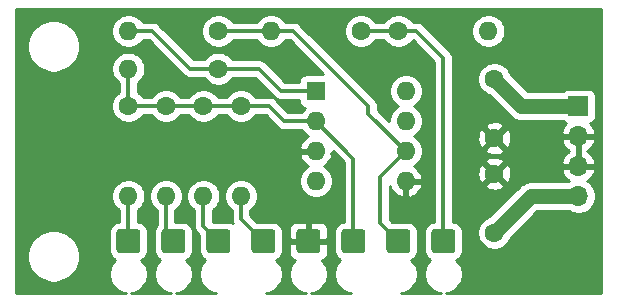
<source format=gtl>
%TF.GenerationSoftware,KiCad,Pcbnew,(5.1.8-0-10_14)*%
%TF.CreationDate,2021-01-31T16:12:45+00:00*%
%TF.ProjectId,dc-mixer,64632d6d-6978-4657-922e-6b696361645f,rev?*%
%TF.SameCoordinates,Original*%
%TF.FileFunction,Copper,L1,Top*%
%TF.FilePolarity,Positive*%
%FSLAX46Y46*%
G04 Gerber Fmt 4.6, Leading zero omitted, Abs format (unit mm)*
G04 Created by KiCad (PCBNEW (5.1.8-0-10_14)) date 2021-01-31 16:12:45*
%MOMM*%
%LPD*%
G01*
G04 APERTURE LIST*
%TA.AperFunction,ComponentPad*%
%ADD10C,1.600000*%
%TD*%
%TA.AperFunction,ComponentPad*%
%ADD11R,1.700000X1.700000*%
%TD*%
%TA.AperFunction,ComponentPad*%
%ADD12O,1.700000X1.700000*%
%TD*%
%TA.AperFunction,ComponentPad*%
%ADD13O,1.600000X1.600000*%
%TD*%
%TA.AperFunction,ComponentPad*%
%ADD14R,1.600000X1.600000*%
%TD*%
%TA.AperFunction,Conductor*%
%ADD15C,1.270000*%
%TD*%
%TA.AperFunction,Conductor*%
%ADD16C,0.304800*%
%TD*%
%TA.AperFunction,Conductor*%
%ADD17C,0.254000*%
%TD*%
%TA.AperFunction,Conductor*%
%ADD18C,0.100000*%
%TD*%
G04 APERTURE END LIST*
D10*
%TO.P,C1,2*%
%TO.N,GNDREF*%
X142748000Y-113204000D03*
%TO.P,C1,1*%
%TO.N,+12V*%
X142748000Y-108204000D03*
%TD*%
%TO.P,C2,1*%
%TO.N,GNDREF*%
X142748000Y-116205000D03*
%TO.P,C2,2*%
%TO.N,-12V*%
X142748000Y-121205000D03*
%TD*%
%TO.P,J1,1*%
%TO.N,Net-(J1-Pad1)*%
%TA.AperFunction,ComponentPad*%
G36*
G01*
X110744000Y-122682000D02*
X110744000Y-121158000D01*
G75*
G02*
X110998000Y-120904000I254000J0D01*
G01*
X112522000Y-120904000D01*
G75*
G02*
X112776000Y-121158000I0J-254000D01*
G01*
X112776000Y-122682000D01*
G75*
G02*
X112522000Y-122936000I-254000J0D01*
G01*
X110998000Y-122936000D01*
G75*
G02*
X110744000Y-122682000I0J254000D01*
G01*
G37*
%TD.AperFunction*%
%TD*%
%TO.P,J2,1*%
%TO.N,Net-(J2-Pad1)*%
%TA.AperFunction,ComponentPad*%
G36*
G01*
X114554000Y-122682000D02*
X114554000Y-121158000D01*
G75*
G02*
X114808000Y-120904000I254000J0D01*
G01*
X116332000Y-120904000D01*
G75*
G02*
X116586000Y-121158000I0J-254000D01*
G01*
X116586000Y-122682000D01*
G75*
G02*
X116332000Y-122936000I-254000J0D01*
G01*
X114808000Y-122936000D01*
G75*
G02*
X114554000Y-122682000I0J254000D01*
G01*
G37*
%TD.AperFunction*%
%TD*%
%TO.P,J3,1*%
%TO.N,Net-(J3-Pad1)*%
%TA.AperFunction,ComponentPad*%
G36*
G01*
X118364000Y-122682000D02*
X118364000Y-121158000D01*
G75*
G02*
X118618000Y-120904000I254000J0D01*
G01*
X120142000Y-120904000D01*
G75*
G02*
X120396000Y-121158000I0J-254000D01*
G01*
X120396000Y-122682000D01*
G75*
G02*
X120142000Y-122936000I-254000J0D01*
G01*
X118618000Y-122936000D01*
G75*
G02*
X118364000Y-122682000I0J254000D01*
G01*
G37*
%TD.AperFunction*%
%TD*%
%TO.P,J4,1*%
%TO.N,Net-(J4-Pad1)*%
%TA.AperFunction,ComponentPad*%
G36*
G01*
X122174000Y-122682000D02*
X122174000Y-121158000D01*
G75*
G02*
X122428000Y-120904000I254000J0D01*
G01*
X123952000Y-120904000D01*
G75*
G02*
X124206000Y-121158000I0J-254000D01*
G01*
X124206000Y-122682000D01*
G75*
G02*
X123952000Y-122936000I-254000J0D01*
G01*
X122428000Y-122936000D01*
G75*
G02*
X122174000Y-122682000I0J254000D01*
G01*
G37*
%TD.AperFunction*%
%TD*%
%TO.P,J5,1*%
%TO.N,Net-(J5-Pad1)*%
%TA.AperFunction,ComponentPad*%
G36*
G01*
X129794000Y-122682000D02*
X129794000Y-121158000D01*
G75*
G02*
X130048000Y-120904000I254000J0D01*
G01*
X131572000Y-120904000D01*
G75*
G02*
X131826000Y-121158000I0J-254000D01*
G01*
X131826000Y-122682000D01*
G75*
G02*
X131572000Y-122936000I-254000J0D01*
G01*
X130048000Y-122936000D01*
G75*
G02*
X129794000Y-122682000I0J254000D01*
G01*
G37*
%TD.AperFunction*%
%TD*%
%TO.P,J6,1*%
%TO.N,Net-(J6-Pad1)*%
%TA.AperFunction,ComponentPad*%
G36*
G01*
X133604000Y-122682000D02*
X133604000Y-121158000D01*
G75*
G02*
X133858000Y-120904000I254000J0D01*
G01*
X135382000Y-120904000D01*
G75*
G02*
X135636000Y-121158000I0J-254000D01*
G01*
X135636000Y-122682000D01*
G75*
G02*
X135382000Y-122936000I-254000J0D01*
G01*
X133858000Y-122936000D01*
G75*
G02*
X133604000Y-122682000I0J254000D01*
G01*
G37*
%TD.AperFunction*%
%TD*%
%TO.P,OUT,1*%
%TO.N,Net-(J7-Pad1)*%
%TA.AperFunction,ComponentPad*%
G36*
G01*
X137414000Y-122682000D02*
X137414000Y-121158000D01*
G75*
G02*
X137668000Y-120904000I254000J0D01*
G01*
X139192000Y-120904000D01*
G75*
G02*
X139446000Y-121158000I0J-254000D01*
G01*
X139446000Y-122682000D01*
G75*
G02*
X139192000Y-122936000I-254000J0D01*
G01*
X137668000Y-122936000D01*
G75*
G02*
X137414000Y-122682000I0J254000D01*
G01*
G37*
%TD.AperFunction*%
%TD*%
D11*
%TO.P,J8,1*%
%TO.N,+12V*%
X149860000Y-110490000D03*
D12*
%TO.P,J8,2*%
%TO.N,GNDREF*%
X149860000Y-113030000D03*
%TO.P,J8,3*%
X149860000Y-115570000D03*
%TO.P,J8,4*%
%TO.N,-12V*%
X149860000Y-118110000D03*
%TD*%
%TO.P,GND,1*%
%TO.N,GNDREF*%
%TA.AperFunction,ComponentPad*%
G36*
G01*
X125984000Y-122682000D02*
X125984000Y-121158000D01*
G75*
G02*
X126238000Y-120904000I254000J0D01*
G01*
X127762000Y-120904000D01*
G75*
G02*
X128016000Y-121158000I0J-254000D01*
G01*
X128016000Y-122682000D01*
G75*
G02*
X127762000Y-122936000I-254000J0D01*
G01*
X126238000Y-122936000D01*
G75*
G02*
X125984000Y-122682000I0J254000D01*
G01*
G37*
%TD.AperFunction*%
%TD*%
D10*
%TO.P,R1,1*%
%TO.N,Net-(J5-Pad1)*%
X111760000Y-110490000D03*
D13*
%TO.P,R1,2*%
%TO.N,Net-(J1-Pad1)*%
X111760000Y-118110000D03*
%TD*%
%TO.P,R2,2*%
%TO.N,Net-(J2-Pad1)*%
X114935000Y-118110000D03*
D10*
%TO.P,R2,1*%
%TO.N,Net-(J5-Pad1)*%
X114935000Y-110490000D03*
%TD*%
%TO.P,R3,1*%
%TO.N,Net-(J5-Pad1)*%
X118110000Y-110490000D03*
D13*
%TO.P,R3,2*%
%TO.N,Net-(J3-Pad1)*%
X118110000Y-118110000D03*
%TD*%
%TO.P,R4,2*%
%TO.N,Net-(J4-Pad1)*%
X121285000Y-118110000D03*
D10*
%TO.P,R4,1*%
%TO.N,Net-(J5-Pad1)*%
X121285000Y-110490000D03*
%TD*%
%TO.P,R5,1*%
%TO.N,Net-(R5-Pad1)*%
X119380000Y-107315000D03*
D13*
%TO.P,R5,2*%
%TO.N,Net-(J5-Pad1)*%
X111760000Y-107315000D03*
%TD*%
%TO.P,R6,2*%
%TO.N,Net-(R5-Pad1)*%
X111760000Y-104140000D03*
D10*
%TO.P,R6,1*%
%TO.N,Net-(J6-Pad1)*%
X119380000Y-104140000D03*
%TD*%
%TO.P,R7,1*%
%TO.N,Net-(J7-Pad1)*%
X131445000Y-104140000D03*
D13*
%TO.P,R7,2*%
%TO.N,Net-(J6-Pad1)*%
X123825000Y-104140000D03*
%TD*%
D10*
%TO.P,R8,1*%
%TO.N,Net-(J7-Pad1)*%
X134620000Y-104140000D03*
D13*
%TO.P,R8,2*%
%TO.N,Net-(R8-Pad2)*%
X142240000Y-104140000D03*
%TD*%
D14*
%TO.P,U1,1*%
%TO.N,Net-(R5-Pad1)*%
X127635000Y-109220000D03*
D13*
%TO.P,U1,5*%
%TO.N,GNDREF*%
X135255000Y-116840000D03*
%TO.P,U1,2*%
%TO.N,Net-(J5-Pad1)*%
X127635000Y-111760000D03*
%TO.P,U1,6*%
%TO.N,Net-(J6-Pad1)*%
X135255000Y-114300000D03*
%TO.P,U1,3*%
%TO.N,GNDREF*%
X127635000Y-114300000D03*
%TO.P,U1,7*%
%TO.N,Net-(R8-Pad2)*%
X135255000Y-111760000D03*
%TO.P,U1,4*%
%TO.N,-12V*%
X127635000Y-116840000D03*
%TO.P,U1,8*%
%TO.N,+12V*%
X135255000Y-109220000D03*
%TD*%
D15*
%TO.N,+12V*%
X145034000Y-110490000D02*
X142748000Y-108204000D01*
X149352000Y-110490000D02*
X145034000Y-110490000D01*
%TO.N,-12V*%
X145843000Y-118110000D02*
X142748000Y-121205000D01*
X149352000Y-118110000D02*
X145843000Y-118110000D01*
D16*
%TO.N,Net-(J1-Pad1)*%
X111760000Y-118110000D02*
X111760000Y-121920000D01*
%TO.N,Net-(J2-Pad1)*%
X114935000Y-121285000D02*
X115570000Y-121920000D01*
X114935000Y-118110000D02*
X114935000Y-121285000D01*
%TO.N,Net-(J3-Pad1)*%
X118110000Y-120650000D02*
X119380000Y-121920000D01*
X118110000Y-118110000D02*
X118110000Y-120650000D01*
%TO.N,Net-(J4-Pad1)*%
X121285000Y-120015000D02*
X123190000Y-121920000D01*
X121285000Y-118110000D02*
X121285000Y-120015000D01*
%TO.N,Net-(J5-Pad1)*%
X111760000Y-110490000D02*
X121285000Y-110490000D01*
X121285000Y-110490000D02*
X123698000Y-110490000D01*
X124968000Y-111760000D02*
X127635000Y-111760000D01*
X123698000Y-110490000D02*
X124968000Y-111760000D01*
X111760000Y-107315000D02*
X111760000Y-110490000D01*
X130810000Y-114935000D02*
X130810000Y-121920000D01*
X127635000Y-111760000D02*
X130810000Y-114935000D01*
%TO.N,Net-(J6-Pad1)*%
X119380000Y-104140000D02*
X123825000Y-104140000D01*
X123825000Y-104140000D02*
X125730000Y-104140000D01*
X125730000Y-104140000D02*
X132080000Y-110490000D01*
X132080000Y-111125000D02*
X135255000Y-114300000D01*
X132080000Y-110490000D02*
X132080000Y-111125000D01*
X135255000Y-114300000D02*
X133096000Y-116459000D01*
X133096000Y-120396000D02*
X134620000Y-121920000D01*
X133096000Y-116459000D02*
X133096000Y-120396000D01*
%TO.N,Net-(J7-Pad1)*%
X131445000Y-104140000D02*
X134620000Y-104140000D01*
X134620000Y-104140000D02*
X136144000Y-104140000D01*
X138430000Y-106426000D02*
X138430000Y-121920000D01*
X136144000Y-104140000D02*
X138430000Y-106426000D01*
%TO.N,Net-(R5-Pad1)*%
X111760000Y-104140000D02*
X113792000Y-104140000D01*
X116967000Y-107315000D02*
X119380000Y-107315000D01*
X119380000Y-107315000D02*
X122809000Y-107315000D01*
X124714000Y-109220000D02*
X127635000Y-109220000D01*
X122809000Y-107315000D02*
X124714000Y-109220000D01*
X113792000Y-104140000D02*
X116967000Y-107315000D01*
%TD*%
D17*
%TO.N,GNDREF*%
X151740001Y-126340000D02*
X138636279Y-126340000D01*
X138906912Y-126286168D01*
X139204463Y-126162918D01*
X139472252Y-125983987D01*
X139699987Y-125756252D01*
X139878918Y-125488463D01*
X140002168Y-125190912D01*
X140065000Y-124875033D01*
X140065000Y-124552967D01*
X140002168Y-124237088D01*
X139878918Y-123939537D01*
X139699987Y-123671748D01*
X139534049Y-123505810D01*
X139687609Y-123423731D01*
X139822790Y-123312790D01*
X139933731Y-123177609D01*
X140016167Y-123023381D01*
X140066931Y-122856035D01*
X140084072Y-122682000D01*
X140084072Y-121158000D01*
X140074781Y-121063665D01*
X141313000Y-121063665D01*
X141313000Y-121346335D01*
X141368147Y-121623574D01*
X141476320Y-121884727D01*
X141633363Y-122119759D01*
X141833241Y-122319637D01*
X142068273Y-122476680D01*
X142329426Y-122584853D01*
X142606665Y-122640000D01*
X142889335Y-122640000D01*
X143166574Y-122584853D01*
X143427727Y-122476680D01*
X143662759Y-122319637D01*
X143862637Y-122119759D01*
X144019680Y-121884727D01*
X144127853Y-121623574D01*
X144128443Y-121620607D01*
X146369051Y-119380000D01*
X149087760Y-119380000D01*
X149156589Y-119425990D01*
X149426842Y-119537932D01*
X149713740Y-119595000D01*
X150006260Y-119595000D01*
X150293158Y-119537932D01*
X150563411Y-119425990D01*
X150806632Y-119263475D01*
X151013475Y-119056632D01*
X151175990Y-118813411D01*
X151287932Y-118543158D01*
X151345000Y-118256260D01*
X151345000Y-117963740D01*
X151287932Y-117676842D01*
X151175990Y-117406589D01*
X151013475Y-117163368D01*
X150806632Y-116956525D01*
X150624466Y-116834805D01*
X150741355Y-116765178D01*
X150957588Y-116570269D01*
X151131641Y-116336920D01*
X151256825Y-116074099D01*
X151301476Y-115926890D01*
X151180155Y-115697000D01*
X149987000Y-115697000D01*
X149987000Y-115717000D01*
X149733000Y-115717000D01*
X149733000Y-115697000D01*
X148539845Y-115697000D01*
X148418524Y-115926890D01*
X148463175Y-116074099D01*
X148588359Y-116336920D01*
X148762412Y-116570269D01*
X148978645Y-116765178D01*
X149095534Y-116834805D01*
X149087760Y-116840000D01*
X145905373Y-116840000D01*
X145843000Y-116833857D01*
X145780627Y-116840000D01*
X145780620Y-116840000D01*
X145617347Y-116856081D01*
X145594036Y-116858377D01*
X145521416Y-116880406D01*
X145354641Y-116930997D01*
X145134012Y-117048925D01*
X144940630Y-117207630D01*
X144900863Y-117256086D01*
X142332393Y-119824557D01*
X142329426Y-119825147D01*
X142068273Y-119933320D01*
X141833241Y-120090363D01*
X141633363Y-120290241D01*
X141476320Y-120525273D01*
X141368147Y-120786426D01*
X141313000Y-121063665D01*
X140074781Y-121063665D01*
X140066931Y-120983965D01*
X140016167Y-120816619D01*
X139933731Y-120662391D01*
X139822790Y-120527210D01*
X139687609Y-120416269D01*
X139533381Y-120333833D01*
X139366035Y-120283069D01*
X139217400Y-120268430D01*
X139217400Y-117197702D01*
X141934903Y-117197702D01*
X142006486Y-117441671D01*
X142261996Y-117562571D01*
X142536184Y-117631300D01*
X142818512Y-117645217D01*
X143098130Y-117603787D01*
X143364292Y-117508603D01*
X143489514Y-117441671D01*
X143561097Y-117197702D01*
X142748000Y-116384605D01*
X141934903Y-117197702D01*
X139217400Y-117197702D01*
X139217400Y-116275512D01*
X141307783Y-116275512D01*
X141349213Y-116555130D01*
X141444397Y-116821292D01*
X141511329Y-116946514D01*
X141755298Y-117018097D01*
X142568395Y-116205000D01*
X142927605Y-116205000D01*
X143740702Y-117018097D01*
X143984671Y-116946514D01*
X144105571Y-116691004D01*
X144174300Y-116416816D01*
X144188217Y-116134488D01*
X144146787Y-115854870D01*
X144051603Y-115588708D01*
X143984671Y-115463486D01*
X143740702Y-115391903D01*
X142927605Y-116205000D01*
X142568395Y-116205000D01*
X141755298Y-115391903D01*
X141511329Y-115463486D01*
X141390429Y-115718996D01*
X141321700Y-115993184D01*
X141307783Y-116275512D01*
X139217400Y-116275512D01*
X139217400Y-115212298D01*
X141934903Y-115212298D01*
X142748000Y-116025395D01*
X143561097Y-115212298D01*
X143489514Y-114968329D01*
X143234004Y-114847429D01*
X142959816Y-114778700D01*
X142677488Y-114764783D01*
X142397870Y-114806213D01*
X142131708Y-114901397D01*
X142006486Y-114968329D01*
X141934903Y-115212298D01*
X139217400Y-115212298D01*
X139217400Y-114196702D01*
X141934903Y-114196702D01*
X142006486Y-114440671D01*
X142261996Y-114561571D01*
X142536184Y-114630300D01*
X142818512Y-114644217D01*
X143098130Y-114602787D01*
X143364292Y-114507603D01*
X143489514Y-114440671D01*
X143561097Y-114196702D01*
X142748000Y-113383605D01*
X141934903Y-114196702D01*
X139217400Y-114196702D01*
X139217400Y-113274512D01*
X141307783Y-113274512D01*
X141349213Y-113554130D01*
X141444397Y-113820292D01*
X141511329Y-113945514D01*
X141755298Y-114017097D01*
X142568395Y-113204000D01*
X142927605Y-113204000D01*
X143740702Y-114017097D01*
X143984671Y-113945514D01*
X144105571Y-113690004D01*
X144174300Y-113415816D01*
X144175725Y-113386890D01*
X148418524Y-113386890D01*
X148463175Y-113534099D01*
X148588359Y-113796920D01*
X148762412Y-114030269D01*
X148978645Y-114225178D01*
X149104255Y-114300000D01*
X148978645Y-114374822D01*
X148762412Y-114569731D01*
X148588359Y-114803080D01*
X148463175Y-115065901D01*
X148418524Y-115213110D01*
X148539845Y-115443000D01*
X149733000Y-115443000D01*
X149733000Y-113157000D01*
X149987000Y-113157000D01*
X149987000Y-115443000D01*
X151180155Y-115443000D01*
X151301476Y-115213110D01*
X151256825Y-115065901D01*
X151131641Y-114803080D01*
X150957588Y-114569731D01*
X150741355Y-114374822D01*
X150615745Y-114300000D01*
X150741355Y-114225178D01*
X150957588Y-114030269D01*
X151131641Y-113796920D01*
X151256825Y-113534099D01*
X151301476Y-113386890D01*
X151180155Y-113157000D01*
X149987000Y-113157000D01*
X149733000Y-113157000D01*
X148539845Y-113157000D01*
X148418524Y-113386890D01*
X144175725Y-113386890D01*
X144188217Y-113133488D01*
X144146787Y-112853870D01*
X144051603Y-112587708D01*
X143984671Y-112462486D01*
X143740702Y-112390903D01*
X142927605Y-113204000D01*
X142568395Y-113204000D01*
X141755298Y-112390903D01*
X141511329Y-112462486D01*
X141390429Y-112717996D01*
X141321700Y-112992184D01*
X141307783Y-113274512D01*
X139217400Y-113274512D01*
X139217400Y-112211298D01*
X141934903Y-112211298D01*
X142748000Y-113024395D01*
X143561097Y-112211298D01*
X143489514Y-111967329D01*
X143234004Y-111846429D01*
X142959816Y-111777700D01*
X142677488Y-111763783D01*
X142397870Y-111805213D01*
X142131708Y-111900397D01*
X142006486Y-111967329D01*
X141934903Y-112211298D01*
X139217400Y-112211298D01*
X139217400Y-108062665D01*
X141313000Y-108062665D01*
X141313000Y-108345335D01*
X141368147Y-108622574D01*
X141476320Y-108883727D01*
X141633363Y-109118759D01*
X141833241Y-109318637D01*
X142068273Y-109475680D01*
X142329426Y-109583853D01*
X142332393Y-109584443D01*
X144091863Y-111343914D01*
X144131630Y-111392370D01*
X144325012Y-111551075D01*
X144545641Y-111669003D01*
X144678107Y-111709186D01*
X144785036Y-111741623D01*
X144810755Y-111744156D01*
X144971620Y-111760000D01*
X144971626Y-111760000D01*
X145033999Y-111766143D01*
X145096372Y-111760000D01*
X148533222Y-111760000D01*
X148558815Y-111791185D01*
X148655506Y-111870537D01*
X148765820Y-111929502D01*
X148846466Y-111953966D01*
X148762412Y-112029731D01*
X148588359Y-112263080D01*
X148463175Y-112525901D01*
X148418524Y-112673110D01*
X148539845Y-112903000D01*
X149733000Y-112903000D01*
X149733000Y-112883000D01*
X149987000Y-112883000D01*
X149987000Y-112903000D01*
X151180155Y-112903000D01*
X151301476Y-112673110D01*
X151256825Y-112525901D01*
X151131641Y-112263080D01*
X150957588Y-112029731D01*
X150873534Y-111953966D01*
X150954180Y-111929502D01*
X151064494Y-111870537D01*
X151161185Y-111791185D01*
X151240537Y-111694494D01*
X151299502Y-111584180D01*
X151335812Y-111464482D01*
X151348072Y-111340000D01*
X151348072Y-109640000D01*
X151335812Y-109515518D01*
X151299502Y-109395820D01*
X151240537Y-109285506D01*
X151161185Y-109188815D01*
X151064494Y-109109463D01*
X150954180Y-109050498D01*
X150834482Y-109014188D01*
X150710000Y-109001928D01*
X149010000Y-109001928D01*
X148885518Y-109014188D01*
X148765820Y-109050498D01*
X148655506Y-109109463D01*
X148558815Y-109188815D01*
X148533222Y-109220000D01*
X145560051Y-109220000D01*
X144128443Y-107788393D01*
X144127853Y-107785426D01*
X144019680Y-107524273D01*
X143862637Y-107289241D01*
X143662759Y-107089363D01*
X143427727Y-106932320D01*
X143166574Y-106824147D01*
X142889335Y-106769000D01*
X142606665Y-106769000D01*
X142329426Y-106824147D01*
X142068273Y-106932320D01*
X141833241Y-107089363D01*
X141633363Y-107289241D01*
X141476320Y-107524273D01*
X141368147Y-107785426D01*
X141313000Y-108062665D01*
X139217400Y-108062665D01*
X139217400Y-106464662D01*
X139221208Y-106425999D01*
X139217400Y-106387336D01*
X139217400Y-106387327D01*
X139206006Y-106271643D01*
X139160982Y-106123217D01*
X139087866Y-105986428D01*
X138989469Y-105866531D01*
X138959434Y-105841882D01*
X137116217Y-103998665D01*
X140805000Y-103998665D01*
X140805000Y-104281335D01*
X140860147Y-104558574D01*
X140968320Y-104819727D01*
X141125363Y-105054759D01*
X141325241Y-105254637D01*
X141560273Y-105411680D01*
X141821426Y-105519853D01*
X142098665Y-105575000D01*
X142381335Y-105575000D01*
X142658574Y-105519853D01*
X142919727Y-105411680D01*
X143154759Y-105254637D01*
X143354637Y-105054759D01*
X143511680Y-104819727D01*
X143619853Y-104558574D01*
X143675000Y-104281335D01*
X143675000Y-103998665D01*
X143619853Y-103721426D01*
X143511680Y-103460273D01*
X143354637Y-103225241D01*
X143154759Y-103025363D01*
X142919727Y-102868320D01*
X142658574Y-102760147D01*
X142381335Y-102705000D01*
X142098665Y-102705000D01*
X141821426Y-102760147D01*
X141560273Y-102868320D01*
X141325241Y-103025363D01*
X141125363Y-103225241D01*
X140968320Y-103460273D01*
X140860147Y-103721426D01*
X140805000Y-103998665D01*
X137116217Y-103998665D01*
X136728128Y-103610577D01*
X136703469Y-103580531D01*
X136583572Y-103482134D01*
X136446783Y-103409018D01*
X136298357Y-103363994D01*
X136182673Y-103352600D01*
X136182663Y-103352600D01*
X136144000Y-103348792D01*
X136105337Y-103352600D01*
X135819735Y-103352600D01*
X135734637Y-103225241D01*
X135534759Y-103025363D01*
X135299727Y-102868320D01*
X135038574Y-102760147D01*
X134761335Y-102705000D01*
X134478665Y-102705000D01*
X134201426Y-102760147D01*
X133940273Y-102868320D01*
X133705241Y-103025363D01*
X133505363Y-103225241D01*
X133420265Y-103352600D01*
X132644735Y-103352600D01*
X132559637Y-103225241D01*
X132359759Y-103025363D01*
X132124727Y-102868320D01*
X131863574Y-102760147D01*
X131586335Y-102705000D01*
X131303665Y-102705000D01*
X131026426Y-102760147D01*
X130765273Y-102868320D01*
X130530241Y-103025363D01*
X130330363Y-103225241D01*
X130173320Y-103460273D01*
X130065147Y-103721426D01*
X130010000Y-103998665D01*
X130010000Y-104281335D01*
X130065147Y-104558574D01*
X130173320Y-104819727D01*
X130330363Y-105054759D01*
X130530241Y-105254637D01*
X130765273Y-105411680D01*
X131026426Y-105519853D01*
X131303665Y-105575000D01*
X131586335Y-105575000D01*
X131863574Y-105519853D01*
X132124727Y-105411680D01*
X132359759Y-105254637D01*
X132559637Y-105054759D01*
X132644735Y-104927400D01*
X133420265Y-104927400D01*
X133505363Y-105054759D01*
X133705241Y-105254637D01*
X133940273Y-105411680D01*
X134201426Y-105519853D01*
X134478665Y-105575000D01*
X134761335Y-105575000D01*
X135038574Y-105519853D01*
X135299727Y-105411680D01*
X135534759Y-105254637D01*
X135734637Y-105054759D01*
X135818980Y-104928530D01*
X137642600Y-106752152D01*
X137642601Y-120268430D01*
X137493965Y-120283069D01*
X137326619Y-120333833D01*
X137172391Y-120416269D01*
X137037210Y-120527210D01*
X136926269Y-120662391D01*
X136843833Y-120816619D01*
X136793069Y-120983965D01*
X136775928Y-121158000D01*
X136775928Y-122682000D01*
X136793069Y-122856035D01*
X136843833Y-123023381D01*
X136926269Y-123177609D01*
X137037210Y-123312790D01*
X137172391Y-123423731D01*
X137325951Y-123505810D01*
X137160013Y-123671748D01*
X136981082Y-123939537D01*
X136857832Y-124237088D01*
X136795000Y-124552967D01*
X136795000Y-124875033D01*
X136857832Y-125190912D01*
X136981082Y-125488463D01*
X137160013Y-125756252D01*
X137387748Y-125983987D01*
X137655537Y-126162918D01*
X137953088Y-126286168D01*
X138223721Y-126340000D01*
X134826279Y-126340000D01*
X135096912Y-126286168D01*
X135394463Y-126162918D01*
X135662252Y-125983987D01*
X135889987Y-125756252D01*
X136068918Y-125488463D01*
X136192168Y-125190912D01*
X136255000Y-124875033D01*
X136255000Y-124552967D01*
X136192168Y-124237088D01*
X136068918Y-123939537D01*
X135889987Y-123671748D01*
X135724049Y-123505810D01*
X135877609Y-123423731D01*
X136012790Y-123312790D01*
X136123731Y-123177609D01*
X136206167Y-123023381D01*
X136256931Y-122856035D01*
X136274072Y-122682000D01*
X136274072Y-121158000D01*
X136256931Y-120983965D01*
X136206167Y-120816619D01*
X136123731Y-120662391D01*
X136012790Y-120527210D01*
X135877609Y-120416269D01*
X135723381Y-120333833D01*
X135556035Y-120283069D01*
X135382000Y-120265928D01*
X134079479Y-120265928D01*
X133883400Y-120069850D01*
X133883400Y-117255981D01*
X133903754Y-117323087D01*
X134023963Y-117577420D01*
X134191481Y-117803414D01*
X134399869Y-117992385D01*
X134641119Y-118137070D01*
X134905960Y-118231909D01*
X135128000Y-118110624D01*
X135128000Y-116967000D01*
X135382000Y-116967000D01*
X135382000Y-118110624D01*
X135604040Y-118231909D01*
X135868881Y-118137070D01*
X136110131Y-117992385D01*
X136318519Y-117803414D01*
X136486037Y-117577420D01*
X136606246Y-117323087D01*
X136646904Y-117189039D01*
X136524915Y-116967000D01*
X135382000Y-116967000D01*
X135128000Y-116967000D01*
X135108000Y-116967000D01*
X135108000Y-116713000D01*
X135128000Y-116713000D01*
X135128000Y-116693000D01*
X135382000Y-116693000D01*
X135382000Y-116713000D01*
X136524915Y-116713000D01*
X136646904Y-116490961D01*
X136606246Y-116356913D01*
X136486037Y-116102580D01*
X136318519Y-115876586D01*
X136110131Y-115687615D01*
X135924135Y-115576067D01*
X135934727Y-115571680D01*
X136169759Y-115414637D01*
X136369637Y-115214759D01*
X136526680Y-114979727D01*
X136634853Y-114718574D01*
X136690000Y-114441335D01*
X136690000Y-114158665D01*
X136634853Y-113881426D01*
X136526680Y-113620273D01*
X136369637Y-113385241D01*
X136169759Y-113185363D01*
X135937241Y-113030000D01*
X136169759Y-112874637D01*
X136369637Y-112674759D01*
X136526680Y-112439727D01*
X136634853Y-112178574D01*
X136690000Y-111901335D01*
X136690000Y-111618665D01*
X136634853Y-111341426D01*
X136526680Y-111080273D01*
X136369637Y-110845241D01*
X136169759Y-110645363D01*
X135937241Y-110490000D01*
X136169759Y-110334637D01*
X136369637Y-110134759D01*
X136526680Y-109899727D01*
X136634853Y-109638574D01*
X136690000Y-109361335D01*
X136690000Y-109078665D01*
X136634853Y-108801426D01*
X136526680Y-108540273D01*
X136369637Y-108305241D01*
X136169759Y-108105363D01*
X135934727Y-107948320D01*
X135673574Y-107840147D01*
X135396335Y-107785000D01*
X135113665Y-107785000D01*
X134836426Y-107840147D01*
X134575273Y-107948320D01*
X134340241Y-108105363D01*
X134140363Y-108305241D01*
X133983320Y-108540273D01*
X133875147Y-108801426D01*
X133820000Y-109078665D01*
X133820000Y-109361335D01*
X133875147Y-109638574D01*
X133983320Y-109899727D01*
X134140363Y-110134759D01*
X134340241Y-110334637D01*
X134572759Y-110490000D01*
X134340241Y-110645363D01*
X134140363Y-110845241D01*
X133983320Y-111080273D01*
X133875147Y-111341426D01*
X133820000Y-111618665D01*
X133820000Y-111751450D01*
X132867400Y-110798850D01*
X132867400Y-110528662D01*
X132871208Y-110489999D01*
X132867400Y-110451336D01*
X132867400Y-110451327D01*
X132856006Y-110335643D01*
X132810982Y-110187217D01*
X132737866Y-110050428D01*
X132639469Y-109930531D01*
X132609434Y-109905882D01*
X126314128Y-103610578D01*
X126289469Y-103580531D01*
X126169572Y-103482134D01*
X126032783Y-103409018D01*
X125884357Y-103363994D01*
X125768673Y-103352600D01*
X125768663Y-103352600D01*
X125730000Y-103348792D01*
X125691337Y-103352600D01*
X125024735Y-103352600D01*
X124939637Y-103225241D01*
X124739759Y-103025363D01*
X124504727Y-102868320D01*
X124243574Y-102760147D01*
X123966335Y-102705000D01*
X123683665Y-102705000D01*
X123406426Y-102760147D01*
X123145273Y-102868320D01*
X122910241Y-103025363D01*
X122710363Y-103225241D01*
X122625265Y-103352600D01*
X120579735Y-103352600D01*
X120494637Y-103225241D01*
X120294759Y-103025363D01*
X120059727Y-102868320D01*
X119798574Y-102760147D01*
X119521335Y-102705000D01*
X119238665Y-102705000D01*
X118961426Y-102760147D01*
X118700273Y-102868320D01*
X118465241Y-103025363D01*
X118265363Y-103225241D01*
X118108320Y-103460273D01*
X118000147Y-103721426D01*
X117945000Y-103998665D01*
X117945000Y-104281335D01*
X118000147Y-104558574D01*
X118108320Y-104819727D01*
X118265363Y-105054759D01*
X118465241Y-105254637D01*
X118700273Y-105411680D01*
X118961426Y-105519853D01*
X119238665Y-105575000D01*
X119521335Y-105575000D01*
X119798574Y-105519853D01*
X120059727Y-105411680D01*
X120294759Y-105254637D01*
X120494637Y-105054759D01*
X120579735Y-104927400D01*
X122625265Y-104927400D01*
X122710363Y-105054759D01*
X122910241Y-105254637D01*
X123145273Y-105411680D01*
X123406426Y-105519853D01*
X123683665Y-105575000D01*
X123966335Y-105575000D01*
X124243574Y-105519853D01*
X124504727Y-105411680D01*
X124739759Y-105254637D01*
X124939637Y-105054759D01*
X125024735Y-104927400D01*
X125403850Y-104927400D01*
X128258377Y-107781928D01*
X126835000Y-107781928D01*
X126710518Y-107794188D01*
X126590820Y-107830498D01*
X126480506Y-107889463D01*
X126383815Y-107968815D01*
X126304463Y-108065506D01*
X126245498Y-108175820D01*
X126209188Y-108295518D01*
X126196928Y-108420000D01*
X126196928Y-108432600D01*
X125040151Y-108432600D01*
X123393128Y-106785578D01*
X123368469Y-106755531D01*
X123248572Y-106657134D01*
X123111783Y-106584018D01*
X122963357Y-106538994D01*
X122847673Y-106527600D01*
X122847663Y-106527600D01*
X122809000Y-106523792D01*
X122770337Y-106527600D01*
X120579735Y-106527600D01*
X120494637Y-106400241D01*
X120294759Y-106200363D01*
X120059727Y-106043320D01*
X119798574Y-105935147D01*
X119521335Y-105880000D01*
X119238665Y-105880000D01*
X118961426Y-105935147D01*
X118700273Y-106043320D01*
X118465241Y-106200363D01*
X118265363Y-106400241D01*
X118180265Y-106527600D01*
X117293151Y-106527600D01*
X114376128Y-103610578D01*
X114351469Y-103580531D01*
X114231572Y-103482134D01*
X114094783Y-103409018D01*
X113946357Y-103363994D01*
X113830673Y-103352600D01*
X113830663Y-103352600D01*
X113792000Y-103348792D01*
X113753337Y-103352600D01*
X112959735Y-103352600D01*
X112874637Y-103225241D01*
X112674759Y-103025363D01*
X112439727Y-102868320D01*
X112178574Y-102760147D01*
X111901335Y-102705000D01*
X111618665Y-102705000D01*
X111341426Y-102760147D01*
X111080273Y-102868320D01*
X110845241Y-103025363D01*
X110645363Y-103225241D01*
X110488320Y-103460273D01*
X110380147Y-103721426D01*
X110325000Y-103998665D01*
X110325000Y-104281335D01*
X110380147Y-104558574D01*
X110488320Y-104819727D01*
X110645363Y-105054759D01*
X110845241Y-105254637D01*
X111080273Y-105411680D01*
X111341426Y-105519853D01*
X111618665Y-105575000D01*
X111901335Y-105575000D01*
X112178574Y-105519853D01*
X112439727Y-105411680D01*
X112674759Y-105254637D01*
X112874637Y-105054759D01*
X112959735Y-104927400D01*
X113465850Y-104927400D01*
X116382877Y-107844428D01*
X116407531Y-107874469D01*
X116527428Y-107972866D01*
X116664217Y-108045982D01*
X116812643Y-108091006D01*
X116928327Y-108102400D01*
X116928336Y-108102400D01*
X116966999Y-108106208D01*
X117005662Y-108102400D01*
X118180265Y-108102400D01*
X118265363Y-108229759D01*
X118465241Y-108429637D01*
X118700273Y-108586680D01*
X118961426Y-108694853D01*
X119238665Y-108750000D01*
X119521335Y-108750000D01*
X119798574Y-108694853D01*
X120059727Y-108586680D01*
X120294759Y-108429637D01*
X120494637Y-108229759D01*
X120579735Y-108102400D01*
X122482850Y-108102400D01*
X124129877Y-109749428D01*
X124154531Y-109779469D01*
X124184570Y-109804121D01*
X124274427Y-109877866D01*
X124372956Y-109930531D01*
X124411217Y-109950982D01*
X124559643Y-109996006D01*
X124675327Y-110007400D01*
X124675337Y-110007400D01*
X124714000Y-110011208D01*
X124752663Y-110007400D01*
X126196928Y-110007400D01*
X126196928Y-110020000D01*
X126209188Y-110144482D01*
X126245498Y-110264180D01*
X126304463Y-110374494D01*
X126383815Y-110471185D01*
X126480506Y-110550537D01*
X126590820Y-110609502D01*
X126710518Y-110645812D01*
X126718961Y-110646643D01*
X126520363Y-110845241D01*
X126435265Y-110972600D01*
X125294152Y-110972600D01*
X124282127Y-109960577D01*
X124257469Y-109930531D01*
X124137572Y-109832134D01*
X124000783Y-109759018D01*
X123852357Y-109713994D01*
X123736673Y-109702600D01*
X123736663Y-109702600D01*
X123698000Y-109698792D01*
X123659337Y-109702600D01*
X122484735Y-109702600D01*
X122399637Y-109575241D01*
X122199759Y-109375363D01*
X121964727Y-109218320D01*
X121703574Y-109110147D01*
X121426335Y-109055000D01*
X121143665Y-109055000D01*
X120866426Y-109110147D01*
X120605273Y-109218320D01*
X120370241Y-109375363D01*
X120170363Y-109575241D01*
X120085265Y-109702600D01*
X119309735Y-109702600D01*
X119224637Y-109575241D01*
X119024759Y-109375363D01*
X118789727Y-109218320D01*
X118528574Y-109110147D01*
X118251335Y-109055000D01*
X117968665Y-109055000D01*
X117691426Y-109110147D01*
X117430273Y-109218320D01*
X117195241Y-109375363D01*
X116995363Y-109575241D01*
X116910265Y-109702600D01*
X116134735Y-109702600D01*
X116049637Y-109575241D01*
X115849759Y-109375363D01*
X115614727Y-109218320D01*
X115353574Y-109110147D01*
X115076335Y-109055000D01*
X114793665Y-109055000D01*
X114516426Y-109110147D01*
X114255273Y-109218320D01*
X114020241Y-109375363D01*
X113820363Y-109575241D01*
X113735265Y-109702600D01*
X112959735Y-109702600D01*
X112874637Y-109575241D01*
X112674759Y-109375363D01*
X112547400Y-109290265D01*
X112547400Y-108514735D01*
X112674759Y-108429637D01*
X112874637Y-108229759D01*
X113031680Y-107994727D01*
X113139853Y-107733574D01*
X113195000Y-107456335D01*
X113195000Y-107173665D01*
X113139853Y-106896426D01*
X113031680Y-106635273D01*
X112874637Y-106400241D01*
X112674759Y-106200363D01*
X112439727Y-106043320D01*
X112178574Y-105935147D01*
X111901335Y-105880000D01*
X111618665Y-105880000D01*
X111341426Y-105935147D01*
X111080273Y-106043320D01*
X110845241Y-106200363D01*
X110645363Y-106400241D01*
X110488320Y-106635273D01*
X110380147Y-106896426D01*
X110325000Y-107173665D01*
X110325000Y-107456335D01*
X110380147Y-107733574D01*
X110488320Y-107994727D01*
X110645363Y-108229759D01*
X110845241Y-108429637D01*
X110972600Y-108514736D01*
X110972601Y-109290264D01*
X110845241Y-109375363D01*
X110645363Y-109575241D01*
X110488320Y-109810273D01*
X110380147Y-110071426D01*
X110325000Y-110348665D01*
X110325000Y-110631335D01*
X110380147Y-110908574D01*
X110488320Y-111169727D01*
X110645363Y-111404759D01*
X110845241Y-111604637D01*
X111080273Y-111761680D01*
X111341426Y-111869853D01*
X111618665Y-111925000D01*
X111901335Y-111925000D01*
X112178574Y-111869853D01*
X112439727Y-111761680D01*
X112674759Y-111604637D01*
X112874637Y-111404759D01*
X112959735Y-111277400D01*
X113735265Y-111277400D01*
X113820363Y-111404759D01*
X114020241Y-111604637D01*
X114255273Y-111761680D01*
X114516426Y-111869853D01*
X114793665Y-111925000D01*
X115076335Y-111925000D01*
X115353574Y-111869853D01*
X115614727Y-111761680D01*
X115849759Y-111604637D01*
X116049637Y-111404759D01*
X116134735Y-111277400D01*
X116910265Y-111277400D01*
X116995363Y-111404759D01*
X117195241Y-111604637D01*
X117430273Y-111761680D01*
X117691426Y-111869853D01*
X117968665Y-111925000D01*
X118251335Y-111925000D01*
X118528574Y-111869853D01*
X118789727Y-111761680D01*
X119024759Y-111604637D01*
X119224637Y-111404759D01*
X119309735Y-111277400D01*
X120085265Y-111277400D01*
X120170363Y-111404759D01*
X120370241Y-111604637D01*
X120605273Y-111761680D01*
X120866426Y-111869853D01*
X121143665Y-111925000D01*
X121426335Y-111925000D01*
X121703574Y-111869853D01*
X121964727Y-111761680D01*
X122199759Y-111604637D01*
X122399637Y-111404759D01*
X122484735Y-111277400D01*
X123371850Y-111277400D01*
X124383881Y-112289433D01*
X124408531Y-112319469D01*
X124438567Y-112344119D01*
X124438569Y-112344121D01*
X124502055Y-112396222D01*
X124528428Y-112417866D01*
X124665217Y-112490982D01*
X124813643Y-112536006D01*
X124929327Y-112547400D01*
X124929336Y-112547400D01*
X124967999Y-112551208D01*
X125006662Y-112547400D01*
X126435265Y-112547400D01*
X126520363Y-112674759D01*
X126720241Y-112874637D01*
X126955273Y-113031680D01*
X126965865Y-113036067D01*
X126779869Y-113147615D01*
X126571481Y-113336586D01*
X126403963Y-113562580D01*
X126283754Y-113816913D01*
X126243096Y-113950961D01*
X126365085Y-114173000D01*
X127508000Y-114173000D01*
X127508000Y-114153000D01*
X127762000Y-114153000D01*
X127762000Y-114173000D01*
X127782000Y-114173000D01*
X127782000Y-114427000D01*
X127762000Y-114427000D01*
X127762000Y-114447000D01*
X127508000Y-114447000D01*
X127508000Y-114427000D01*
X126365085Y-114427000D01*
X126243096Y-114649039D01*
X126283754Y-114783087D01*
X126403963Y-115037420D01*
X126571481Y-115263414D01*
X126779869Y-115452385D01*
X126965865Y-115563933D01*
X126955273Y-115568320D01*
X126720241Y-115725363D01*
X126520363Y-115925241D01*
X126363320Y-116160273D01*
X126255147Y-116421426D01*
X126200000Y-116698665D01*
X126200000Y-116981335D01*
X126255147Y-117258574D01*
X126363320Y-117519727D01*
X126520363Y-117754759D01*
X126720241Y-117954637D01*
X126955273Y-118111680D01*
X127216426Y-118219853D01*
X127493665Y-118275000D01*
X127776335Y-118275000D01*
X128053574Y-118219853D01*
X128314727Y-118111680D01*
X128549759Y-117954637D01*
X128749637Y-117754759D01*
X128906680Y-117519727D01*
X129014853Y-117258574D01*
X129070000Y-116981335D01*
X129070000Y-116698665D01*
X129014853Y-116421426D01*
X128906680Y-116160273D01*
X128749637Y-115925241D01*
X128549759Y-115725363D01*
X128314727Y-115568320D01*
X128304135Y-115563933D01*
X128490131Y-115452385D01*
X128698519Y-115263414D01*
X128866037Y-115037420D01*
X128986246Y-114783087D01*
X129026904Y-114649039D01*
X128904916Y-114427002D01*
X129070000Y-114427002D01*
X129070000Y-114308550D01*
X130022600Y-115261151D01*
X130022601Y-120268430D01*
X129873965Y-120283069D01*
X129706619Y-120333833D01*
X129552391Y-120416269D01*
X129417210Y-120527210D01*
X129306269Y-120662391D01*
X129223833Y-120816619D01*
X129173069Y-120983965D01*
X129155928Y-121158000D01*
X129155928Y-122682000D01*
X129173069Y-122856035D01*
X129223833Y-123023381D01*
X129306269Y-123177609D01*
X129417210Y-123312790D01*
X129552391Y-123423731D01*
X129705951Y-123505810D01*
X129540013Y-123671748D01*
X129361082Y-123939537D01*
X129237832Y-124237088D01*
X129175000Y-124552967D01*
X129175000Y-124875033D01*
X129237832Y-125190912D01*
X129361082Y-125488463D01*
X129540013Y-125756252D01*
X129767748Y-125983987D01*
X130035537Y-126162918D01*
X130333088Y-126286168D01*
X130603721Y-126340000D01*
X127206279Y-126340000D01*
X127476912Y-126286168D01*
X127774463Y-126162918D01*
X128042252Y-125983987D01*
X128269987Y-125756252D01*
X128448918Y-125488463D01*
X128572168Y-125190912D01*
X128635000Y-124875033D01*
X128635000Y-124552967D01*
X128572168Y-124237088D01*
X128448918Y-123939537D01*
X128269987Y-123671748D01*
X128155496Y-123557257D01*
X128260180Y-123525502D01*
X128370494Y-123466537D01*
X128467185Y-123387185D01*
X128546537Y-123290494D01*
X128605502Y-123180180D01*
X128641812Y-123060482D01*
X128654072Y-122936000D01*
X128651000Y-122205750D01*
X128492250Y-122047000D01*
X127127000Y-122047000D01*
X127127000Y-122067000D01*
X126873000Y-122067000D01*
X126873000Y-122047000D01*
X125507750Y-122047000D01*
X125349000Y-122205750D01*
X125345928Y-122936000D01*
X125358188Y-123060482D01*
X125394498Y-123180180D01*
X125453463Y-123290494D01*
X125532815Y-123387185D01*
X125629506Y-123466537D01*
X125739820Y-123525502D01*
X125844504Y-123557257D01*
X125730013Y-123671748D01*
X125551082Y-123939537D01*
X125427832Y-124237088D01*
X125365000Y-124552967D01*
X125365000Y-124875033D01*
X125427832Y-125190912D01*
X125551082Y-125488463D01*
X125730013Y-125756252D01*
X125957748Y-125983987D01*
X126225537Y-126162918D01*
X126523088Y-126286168D01*
X126793721Y-126340000D01*
X123396279Y-126340000D01*
X123666912Y-126286168D01*
X123964463Y-126162918D01*
X124232252Y-125983987D01*
X124459987Y-125756252D01*
X124638918Y-125488463D01*
X124762168Y-125190912D01*
X124825000Y-124875033D01*
X124825000Y-124552967D01*
X124762168Y-124237088D01*
X124638918Y-123939537D01*
X124459987Y-123671748D01*
X124294049Y-123505810D01*
X124447609Y-123423731D01*
X124582790Y-123312790D01*
X124693731Y-123177609D01*
X124776167Y-123023381D01*
X124826931Y-122856035D01*
X124844072Y-122682000D01*
X124844072Y-121158000D01*
X124826931Y-120983965D01*
X124802674Y-120904000D01*
X125345928Y-120904000D01*
X125349000Y-121634250D01*
X125507750Y-121793000D01*
X126873000Y-121793000D01*
X126873000Y-120427750D01*
X127127000Y-120427750D01*
X127127000Y-121793000D01*
X128492250Y-121793000D01*
X128651000Y-121634250D01*
X128654072Y-120904000D01*
X128641812Y-120779518D01*
X128605502Y-120659820D01*
X128546537Y-120549506D01*
X128467185Y-120452815D01*
X128370494Y-120373463D01*
X128260180Y-120314498D01*
X128140482Y-120278188D01*
X128016000Y-120265928D01*
X127285750Y-120269000D01*
X127127000Y-120427750D01*
X126873000Y-120427750D01*
X126714250Y-120269000D01*
X125984000Y-120265928D01*
X125859518Y-120278188D01*
X125739820Y-120314498D01*
X125629506Y-120373463D01*
X125532815Y-120452815D01*
X125453463Y-120549506D01*
X125394498Y-120659820D01*
X125358188Y-120779518D01*
X125345928Y-120904000D01*
X124802674Y-120904000D01*
X124776167Y-120816619D01*
X124693731Y-120662391D01*
X124582790Y-120527210D01*
X124447609Y-120416269D01*
X124293381Y-120333833D01*
X124126035Y-120283069D01*
X123952000Y-120265928D01*
X122649478Y-120265928D01*
X122072400Y-119688850D01*
X122072400Y-119309735D01*
X122199759Y-119224637D01*
X122399637Y-119024759D01*
X122556680Y-118789727D01*
X122664853Y-118528574D01*
X122720000Y-118251335D01*
X122720000Y-117968665D01*
X122664853Y-117691426D01*
X122556680Y-117430273D01*
X122399637Y-117195241D01*
X122199759Y-116995363D01*
X121964727Y-116838320D01*
X121703574Y-116730147D01*
X121426335Y-116675000D01*
X121143665Y-116675000D01*
X120866426Y-116730147D01*
X120605273Y-116838320D01*
X120370241Y-116995363D01*
X120170363Y-117195241D01*
X120013320Y-117430273D01*
X119905147Y-117691426D01*
X119850000Y-117968665D01*
X119850000Y-118251335D01*
X119905147Y-118528574D01*
X120013320Y-118789727D01*
X120170363Y-119024759D01*
X120370241Y-119224637D01*
X120497601Y-119309736D01*
X120497601Y-119976327D01*
X120493792Y-120015000D01*
X120508995Y-120169357D01*
X120554018Y-120317782D01*
X120554019Y-120317783D01*
X120594283Y-120393111D01*
X120483381Y-120333833D01*
X120316035Y-120283069D01*
X120142000Y-120265928D01*
X118897400Y-120265928D01*
X118897400Y-119309735D01*
X119024759Y-119224637D01*
X119224637Y-119024759D01*
X119381680Y-118789727D01*
X119489853Y-118528574D01*
X119545000Y-118251335D01*
X119545000Y-117968665D01*
X119489853Y-117691426D01*
X119381680Y-117430273D01*
X119224637Y-117195241D01*
X119024759Y-116995363D01*
X118789727Y-116838320D01*
X118528574Y-116730147D01*
X118251335Y-116675000D01*
X117968665Y-116675000D01*
X117691426Y-116730147D01*
X117430273Y-116838320D01*
X117195241Y-116995363D01*
X116995363Y-117195241D01*
X116838320Y-117430273D01*
X116730147Y-117691426D01*
X116675000Y-117968665D01*
X116675000Y-118251335D01*
X116730147Y-118528574D01*
X116838320Y-118789727D01*
X116995363Y-119024759D01*
X117195241Y-119224637D01*
X117322600Y-119309736D01*
X117322601Y-120611327D01*
X117318792Y-120650000D01*
X117333995Y-120804357D01*
X117379018Y-120952782D01*
X117438287Y-121063665D01*
X117452135Y-121089572D01*
X117550532Y-121209469D01*
X117580573Y-121234123D01*
X117725928Y-121379478D01*
X117725928Y-122682000D01*
X117743069Y-122856035D01*
X117793833Y-123023381D01*
X117876269Y-123177609D01*
X117987210Y-123312790D01*
X118122391Y-123423731D01*
X118275951Y-123505810D01*
X118110013Y-123671748D01*
X117931082Y-123939537D01*
X117807832Y-124237088D01*
X117745000Y-124552967D01*
X117745000Y-124875033D01*
X117807832Y-125190912D01*
X117931082Y-125488463D01*
X118110013Y-125756252D01*
X118337748Y-125983987D01*
X118605537Y-126162918D01*
X118903088Y-126286168D01*
X119173721Y-126340000D01*
X115776279Y-126340000D01*
X116046912Y-126286168D01*
X116344463Y-126162918D01*
X116612252Y-125983987D01*
X116839987Y-125756252D01*
X117018918Y-125488463D01*
X117142168Y-125190912D01*
X117205000Y-124875033D01*
X117205000Y-124552967D01*
X117142168Y-124237088D01*
X117018918Y-123939537D01*
X116839987Y-123671748D01*
X116674049Y-123505810D01*
X116827609Y-123423731D01*
X116962790Y-123312790D01*
X117073731Y-123177609D01*
X117156167Y-123023381D01*
X117206931Y-122856035D01*
X117224072Y-122682000D01*
X117224072Y-121158000D01*
X117206931Y-120983965D01*
X117156167Y-120816619D01*
X117073731Y-120662391D01*
X116962790Y-120527210D01*
X116827609Y-120416269D01*
X116673381Y-120333833D01*
X116506035Y-120283069D01*
X116332000Y-120265928D01*
X115722400Y-120265928D01*
X115722400Y-119309735D01*
X115849759Y-119224637D01*
X116049637Y-119024759D01*
X116206680Y-118789727D01*
X116314853Y-118528574D01*
X116370000Y-118251335D01*
X116370000Y-117968665D01*
X116314853Y-117691426D01*
X116206680Y-117430273D01*
X116049637Y-117195241D01*
X115849759Y-116995363D01*
X115614727Y-116838320D01*
X115353574Y-116730147D01*
X115076335Y-116675000D01*
X114793665Y-116675000D01*
X114516426Y-116730147D01*
X114255273Y-116838320D01*
X114020241Y-116995363D01*
X113820363Y-117195241D01*
X113663320Y-117430273D01*
X113555147Y-117691426D01*
X113500000Y-117968665D01*
X113500000Y-118251335D01*
X113555147Y-118528574D01*
X113663320Y-118789727D01*
X113820363Y-119024759D01*
X114020241Y-119224637D01*
X114147600Y-119309736D01*
X114147601Y-120563289D01*
X114066269Y-120662391D01*
X113983833Y-120816619D01*
X113933069Y-120983965D01*
X113915928Y-121158000D01*
X113915928Y-122682000D01*
X113933069Y-122856035D01*
X113983833Y-123023381D01*
X114066269Y-123177609D01*
X114177210Y-123312790D01*
X114312391Y-123423731D01*
X114465951Y-123505810D01*
X114300013Y-123671748D01*
X114121082Y-123939537D01*
X113997832Y-124237088D01*
X113935000Y-124552967D01*
X113935000Y-124875033D01*
X113997832Y-125190912D01*
X114121082Y-125488463D01*
X114300013Y-125756252D01*
X114527748Y-125983987D01*
X114795537Y-126162918D01*
X115093088Y-126286168D01*
X115363721Y-126340000D01*
X111966279Y-126340000D01*
X112236912Y-126286168D01*
X112534463Y-126162918D01*
X112802252Y-125983987D01*
X113029987Y-125756252D01*
X113208918Y-125488463D01*
X113332168Y-125190912D01*
X113395000Y-124875033D01*
X113395000Y-124552967D01*
X113332168Y-124237088D01*
X113208918Y-123939537D01*
X113029987Y-123671748D01*
X112864049Y-123505810D01*
X113017609Y-123423731D01*
X113152790Y-123312790D01*
X113263731Y-123177609D01*
X113346167Y-123023381D01*
X113396931Y-122856035D01*
X113414072Y-122682000D01*
X113414072Y-121158000D01*
X113396931Y-120983965D01*
X113346167Y-120816619D01*
X113263731Y-120662391D01*
X113152790Y-120527210D01*
X113017609Y-120416269D01*
X112863381Y-120333833D01*
X112696035Y-120283069D01*
X112547400Y-120268430D01*
X112547400Y-119309735D01*
X112674759Y-119224637D01*
X112874637Y-119024759D01*
X113031680Y-118789727D01*
X113139853Y-118528574D01*
X113195000Y-118251335D01*
X113195000Y-117968665D01*
X113139853Y-117691426D01*
X113031680Y-117430273D01*
X112874637Y-117195241D01*
X112674759Y-116995363D01*
X112439727Y-116838320D01*
X112178574Y-116730147D01*
X111901335Y-116675000D01*
X111618665Y-116675000D01*
X111341426Y-116730147D01*
X111080273Y-116838320D01*
X110845241Y-116995363D01*
X110645363Y-117195241D01*
X110488320Y-117430273D01*
X110380147Y-117691426D01*
X110325000Y-117968665D01*
X110325000Y-118251335D01*
X110380147Y-118528574D01*
X110488320Y-118789727D01*
X110645363Y-119024759D01*
X110845241Y-119224637D01*
X110972600Y-119309736D01*
X110972601Y-120268430D01*
X110823965Y-120283069D01*
X110656619Y-120333833D01*
X110502391Y-120416269D01*
X110367210Y-120527210D01*
X110256269Y-120662391D01*
X110173833Y-120816619D01*
X110123069Y-120983965D01*
X110105928Y-121158000D01*
X110105928Y-122682000D01*
X110123069Y-122856035D01*
X110173833Y-123023381D01*
X110256269Y-123177609D01*
X110367210Y-123312790D01*
X110502391Y-123423731D01*
X110655951Y-123505810D01*
X110490013Y-123671748D01*
X110311082Y-123939537D01*
X110187832Y-124237088D01*
X110125000Y-124552967D01*
X110125000Y-124875033D01*
X110187832Y-125190912D01*
X110311082Y-125488463D01*
X110490013Y-125756252D01*
X110717748Y-125983987D01*
X110985537Y-126162918D01*
X111283088Y-126286168D01*
X111553721Y-126340000D01*
X102260000Y-126340000D01*
X102260000Y-122969872D01*
X103175000Y-122969872D01*
X103175000Y-123410128D01*
X103260890Y-123841925D01*
X103429369Y-124248669D01*
X103673962Y-124614729D01*
X103985271Y-124926038D01*
X104351331Y-125170631D01*
X104758075Y-125339110D01*
X105189872Y-125425000D01*
X105630128Y-125425000D01*
X106061925Y-125339110D01*
X106468669Y-125170631D01*
X106834729Y-124926038D01*
X107146038Y-124614729D01*
X107390631Y-124248669D01*
X107559110Y-123841925D01*
X107645000Y-123410128D01*
X107645000Y-122969872D01*
X107559110Y-122538075D01*
X107390631Y-122131331D01*
X107146038Y-121765271D01*
X106834729Y-121453962D01*
X106468669Y-121209369D01*
X106061925Y-121040890D01*
X105630128Y-120955000D01*
X105189872Y-120955000D01*
X104758075Y-121040890D01*
X104351331Y-121209369D01*
X103985271Y-121453962D01*
X103673962Y-121765271D01*
X103429369Y-122131331D01*
X103260890Y-122538075D01*
X103175000Y-122969872D01*
X102260000Y-122969872D01*
X102260000Y-105189872D01*
X103175000Y-105189872D01*
X103175000Y-105630128D01*
X103260890Y-106061925D01*
X103429369Y-106468669D01*
X103673962Y-106834729D01*
X103985271Y-107146038D01*
X104351331Y-107390631D01*
X104758075Y-107559110D01*
X105189872Y-107645000D01*
X105630128Y-107645000D01*
X106061925Y-107559110D01*
X106468669Y-107390631D01*
X106834729Y-107146038D01*
X107146038Y-106834729D01*
X107390631Y-106468669D01*
X107559110Y-106061925D01*
X107645000Y-105630128D01*
X107645000Y-105189872D01*
X107559110Y-104758075D01*
X107390631Y-104351331D01*
X107146038Y-103985271D01*
X106834729Y-103673962D01*
X106468669Y-103429369D01*
X106061925Y-103260890D01*
X105630128Y-103175000D01*
X105189872Y-103175000D01*
X104758075Y-103260890D01*
X104351331Y-103429369D01*
X103985271Y-103673962D01*
X103673962Y-103985271D01*
X103429369Y-104351331D01*
X103260890Y-104758075D01*
X103175000Y-105189872D01*
X102260000Y-105189872D01*
X102260000Y-102260000D01*
X151740000Y-102260000D01*
X151740001Y-126340000D01*
%TA.AperFunction,Conductor*%
D18*
G36*
X151740001Y-126340000D02*
G01*
X138636279Y-126340000D01*
X138906912Y-126286168D01*
X139204463Y-126162918D01*
X139472252Y-125983987D01*
X139699987Y-125756252D01*
X139878918Y-125488463D01*
X140002168Y-125190912D01*
X140065000Y-124875033D01*
X140065000Y-124552967D01*
X140002168Y-124237088D01*
X139878918Y-123939537D01*
X139699987Y-123671748D01*
X139534049Y-123505810D01*
X139687609Y-123423731D01*
X139822790Y-123312790D01*
X139933731Y-123177609D01*
X140016167Y-123023381D01*
X140066931Y-122856035D01*
X140084072Y-122682000D01*
X140084072Y-121158000D01*
X140074781Y-121063665D01*
X141313000Y-121063665D01*
X141313000Y-121346335D01*
X141368147Y-121623574D01*
X141476320Y-121884727D01*
X141633363Y-122119759D01*
X141833241Y-122319637D01*
X142068273Y-122476680D01*
X142329426Y-122584853D01*
X142606665Y-122640000D01*
X142889335Y-122640000D01*
X143166574Y-122584853D01*
X143427727Y-122476680D01*
X143662759Y-122319637D01*
X143862637Y-122119759D01*
X144019680Y-121884727D01*
X144127853Y-121623574D01*
X144128443Y-121620607D01*
X146369051Y-119380000D01*
X149087760Y-119380000D01*
X149156589Y-119425990D01*
X149426842Y-119537932D01*
X149713740Y-119595000D01*
X150006260Y-119595000D01*
X150293158Y-119537932D01*
X150563411Y-119425990D01*
X150806632Y-119263475D01*
X151013475Y-119056632D01*
X151175990Y-118813411D01*
X151287932Y-118543158D01*
X151345000Y-118256260D01*
X151345000Y-117963740D01*
X151287932Y-117676842D01*
X151175990Y-117406589D01*
X151013475Y-117163368D01*
X150806632Y-116956525D01*
X150624466Y-116834805D01*
X150741355Y-116765178D01*
X150957588Y-116570269D01*
X151131641Y-116336920D01*
X151256825Y-116074099D01*
X151301476Y-115926890D01*
X151180155Y-115697000D01*
X149987000Y-115697000D01*
X149987000Y-115717000D01*
X149733000Y-115717000D01*
X149733000Y-115697000D01*
X148539845Y-115697000D01*
X148418524Y-115926890D01*
X148463175Y-116074099D01*
X148588359Y-116336920D01*
X148762412Y-116570269D01*
X148978645Y-116765178D01*
X149095534Y-116834805D01*
X149087760Y-116840000D01*
X145905373Y-116840000D01*
X145843000Y-116833857D01*
X145780627Y-116840000D01*
X145780620Y-116840000D01*
X145617347Y-116856081D01*
X145594036Y-116858377D01*
X145521416Y-116880406D01*
X145354641Y-116930997D01*
X145134012Y-117048925D01*
X144940630Y-117207630D01*
X144900863Y-117256086D01*
X142332393Y-119824557D01*
X142329426Y-119825147D01*
X142068273Y-119933320D01*
X141833241Y-120090363D01*
X141633363Y-120290241D01*
X141476320Y-120525273D01*
X141368147Y-120786426D01*
X141313000Y-121063665D01*
X140074781Y-121063665D01*
X140066931Y-120983965D01*
X140016167Y-120816619D01*
X139933731Y-120662391D01*
X139822790Y-120527210D01*
X139687609Y-120416269D01*
X139533381Y-120333833D01*
X139366035Y-120283069D01*
X139217400Y-120268430D01*
X139217400Y-117197702D01*
X141934903Y-117197702D01*
X142006486Y-117441671D01*
X142261996Y-117562571D01*
X142536184Y-117631300D01*
X142818512Y-117645217D01*
X143098130Y-117603787D01*
X143364292Y-117508603D01*
X143489514Y-117441671D01*
X143561097Y-117197702D01*
X142748000Y-116384605D01*
X141934903Y-117197702D01*
X139217400Y-117197702D01*
X139217400Y-116275512D01*
X141307783Y-116275512D01*
X141349213Y-116555130D01*
X141444397Y-116821292D01*
X141511329Y-116946514D01*
X141755298Y-117018097D01*
X142568395Y-116205000D01*
X142927605Y-116205000D01*
X143740702Y-117018097D01*
X143984671Y-116946514D01*
X144105571Y-116691004D01*
X144174300Y-116416816D01*
X144188217Y-116134488D01*
X144146787Y-115854870D01*
X144051603Y-115588708D01*
X143984671Y-115463486D01*
X143740702Y-115391903D01*
X142927605Y-116205000D01*
X142568395Y-116205000D01*
X141755298Y-115391903D01*
X141511329Y-115463486D01*
X141390429Y-115718996D01*
X141321700Y-115993184D01*
X141307783Y-116275512D01*
X139217400Y-116275512D01*
X139217400Y-115212298D01*
X141934903Y-115212298D01*
X142748000Y-116025395D01*
X143561097Y-115212298D01*
X143489514Y-114968329D01*
X143234004Y-114847429D01*
X142959816Y-114778700D01*
X142677488Y-114764783D01*
X142397870Y-114806213D01*
X142131708Y-114901397D01*
X142006486Y-114968329D01*
X141934903Y-115212298D01*
X139217400Y-115212298D01*
X139217400Y-114196702D01*
X141934903Y-114196702D01*
X142006486Y-114440671D01*
X142261996Y-114561571D01*
X142536184Y-114630300D01*
X142818512Y-114644217D01*
X143098130Y-114602787D01*
X143364292Y-114507603D01*
X143489514Y-114440671D01*
X143561097Y-114196702D01*
X142748000Y-113383605D01*
X141934903Y-114196702D01*
X139217400Y-114196702D01*
X139217400Y-113274512D01*
X141307783Y-113274512D01*
X141349213Y-113554130D01*
X141444397Y-113820292D01*
X141511329Y-113945514D01*
X141755298Y-114017097D01*
X142568395Y-113204000D01*
X142927605Y-113204000D01*
X143740702Y-114017097D01*
X143984671Y-113945514D01*
X144105571Y-113690004D01*
X144174300Y-113415816D01*
X144175725Y-113386890D01*
X148418524Y-113386890D01*
X148463175Y-113534099D01*
X148588359Y-113796920D01*
X148762412Y-114030269D01*
X148978645Y-114225178D01*
X149104255Y-114300000D01*
X148978645Y-114374822D01*
X148762412Y-114569731D01*
X148588359Y-114803080D01*
X148463175Y-115065901D01*
X148418524Y-115213110D01*
X148539845Y-115443000D01*
X149733000Y-115443000D01*
X149733000Y-113157000D01*
X149987000Y-113157000D01*
X149987000Y-115443000D01*
X151180155Y-115443000D01*
X151301476Y-115213110D01*
X151256825Y-115065901D01*
X151131641Y-114803080D01*
X150957588Y-114569731D01*
X150741355Y-114374822D01*
X150615745Y-114300000D01*
X150741355Y-114225178D01*
X150957588Y-114030269D01*
X151131641Y-113796920D01*
X151256825Y-113534099D01*
X151301476Y-113386890D01*
X151180155Y-113157000D01*
X149987000Y-113157000D01*
X149733000Y-113157000D01*
X148539845Y-113157000D01*
X148418524Y-113386890D01*
X144175725Y-113386890D01*
X144188217Y-113133488D01*
X144146787Y-112853870D01*
X144051603Y-112587708D01*
X143984671Y-112462486D01*
X143740702Y-112390903D01*
X142927605Y-113204000D01*
X142568395Y-113204000D01*
X141755298Y-112390903D01*
X141511329Y-112462486D01*
X141390429Y-112717996D01*
X141321700Y-112992184D01*
X141307783Y-113274512D01*
X139217400Y-113274512D01*
X139217400Y-112211298D01*
X141934903Y-112211298D01*
X142748000Y-113024395D01*
X143561097Y-112211298D01*
X143489514Y-111967329D01*
X143234004Y-111846429D01*
X142959816Y-111777700D01*
X142677488Y-111763783D01*
X142397870Y-111805213D01*
X142131708Y-111900397D01*
X142006486Y-111967329D01*
X141934903Y-112211298D01*
X139217400Y-112211298D01*
X139217400Y-108062665D01*
X141313000Y-108062665D01*
X141313000Y-108345335D01*
X141368147Y-108622574D01*
X141476320Y-108883727D01*
X141633363Y-109118759D01*
X141833241Y-109318637D01*
X142068273Y-109475680D01*
X142329426Y-109583853D01*
X142332393Y-109584443D01*
X144091863Y-111343914D01*
X144131630Y-111392370D01*
X144325012Y-111551075D01*
X144545641Y-111669003D01*
X144678107Y-111709186D01*
X144785036Y-111741623D01*
X144810755Y-111744156D01*
X144971620Y-111760000D01*
X144971626Y-111760000D01*
X145033999Y-111766143D01*
X145096372Y-111760000D01*
X148533222Y-111760000D01*
X148558815Y-111791185D01*
X148655506Y-111870537D01*
X148765820Y-111929502D01*
X148846466Y-111953966D01*
X148762412Y-112029731D01*
X148588359Y-112263080D01*
X148463175Y-112525901D01*
X148418524Y-112673110D01*
X148539845Y-112903000D01*
X149733000Y-112903000D01*
X149733000Y-112883000D01*
X149987000Y-112883000D01*
X149987000Y-112903000D01*
X151180155Y-112903000D01*
X151301476Y-112673110D01*
X151256825Y-112525901D01*
X151131641Y-112263080D01*
X150957588Y-112029731D01*
X150873534Y-111953966D01*
X150954180Y-111929502D01*
X151064494Y-111870537D01*
X151161185Y-111791185D01*
X151240537Y-111694494D01*
X151299502Y-111584180D01*
X151335812Y-111464482D01*
X151348072Y-111340000D01*
X151348072Y-109640000D01*
X151335812Y-109515518D01*
X151299502Y-109395820D01*
X151240537Y-109285506D01*
X151161185Y-109188815D01*
X151064494Y-109109463D01*
X150954180Y-109050498D01*
X150834482Y-109014188D01*
X150710000Y-109001928D01*
X149010000Y-109001928D01*
X148885518Y-109014188D01*
X148765820Y-109050498D01*
X148655506Y-109109463D01*
X148558815Y-109188815D01*
X148533222Y-109220000D01*
X145560051Y-109220000D01*
X144128443Y-107788393D01*
X144127853Y-107785426D01*
X144019680Y-107524273D01*
X143862637Y-107289241D01*
X143662759Y-107089363D01*
X143427727Y-106932320D01*
X143166574Y-106824147D01*
X142889335Y-106769000D01*
X142606665Y-106769000D01*
X142329426Y-106824147D01*
X142068273Y-106932320D01*
X141833241Y-107089363D01*
X141633363Y-107289241D01*
X141476320Y-107524273D01*
X141368147Y-107785426D01*
X141313000Y-108062665D01*
X139217400Y-108062665D01*
X139217400Y-106464662D01*
X139221208Y-106425999D01*
X139217400Y-106387336D01*
X139217400Y-106387327D01*
X139206006Y-106271643D01*
X139160982Y-106123217D01*
X139087866Y-105986428D01*
X138989469Y-105866531D01*
X138959434Y-105841882D01*
X137116217Y-103998665D01*
X140805000Y-103998665D01*
X140805000Y-104281335D01*
X140860147Y-104558574D01*
X140968320Y-104819727D01*
X141125363Y-105054759D01*
X141325241Y-105254637D01*
X141560273Y-105411680D01*
X141821426Y-105519853D01*
X142098665Y-105575000D01*
X142381335Y-105575000D01*
X142658574Y-105519853D01*
X142919727Y-105411680D01*
X143154759Y-105254637D01*
X143354637Y-105054759D01*
X143511680Y-104819727D01*
X143619853Y-104558574D01*
X143675000Y-104281335D01*
X143675000Y-103998665D01*
X143619853Y-103721426D01*
X143511680Y-103460273D01*
X143354637Y-103225241D01*
X143154759Y-103025363D01*
X142919727Y-102868320D01*
X142658574Y-102760147D01*
X142381335Y-102705000D01*
X142098665Y-102705000D01*
X141821426Y-102760147D01*
X141560273Y-102868320D01*
X141325241Y-103025363D01*
X141125363Y-103225241D01*
X140968320Y-103460273D01*
X140860147Y-103721426D01*
X140805000Y-103998665D01*
X137116217Y-103998665D01*
X136728128Y-103610577D01*
X136703469Y-103580531D01*
X136583572Y-103482134D01*
X136446783Y-103409018D01*
X136298357Y-103363994D01*
X136182673Y-103352600D01*
X136182663Y-103352600D01*
X136144000Y-103348792D01*
X136105337Y-103352600D01*
X135819735Y-103352600D01*
X135734637Y-103225241D01*
X135534759Y-103025363D01*
X135299727Y-102868320D01*
X135038574Y-102760147D01*
X134761335Y-102705000D01*
X134478665Y-102705000D01*
X134201426Y-102760147D01*
X133940273Y-102868320D01*
X133705241Y-103025363D01*
X133505363Y-103225241D01*
X133420265Y-103352600D01*
X132644735Y-103352600D01*
X132559637Y-103225241D01*
X132359759Y-103025363D01*
X132124727Y-102868320D01*
X131863574Y-102760147D01*
X131586335Y-102705000D01*
X131303665Y-102705000D01*
X131026426Y-102760147D01*
X130765273Y-102868320D01*
X130530241Y-103025363D01*
X130330363Y-103225241D01*
X130173320Y-103460273D01*
X130065147Y-103721426D01*
X130010000Y-103998665D01*
X130010000Y-104281335D01*
X130065147Y-104558574D01*
X130173320Y-104819727D01*
X130330363Y-105054759D01*
X130530241Y-105254637D01*
X130765273Y-105411680D01*
X131026426Y-105519853D01*
X131303665Y-105575000D01*
X131586335Y-105575000D01*
X131863574Y-105519853D01*
X132124727Y-105411680D01*
X132359759Y-105254637D01*
X132559637Y-105054759D01*
X132644735Y-104927400D01*
X133420265Y-104927400D01*
X133505363Y-105054759D01*
X133705241Y-105254637D01*
X133940273Y-105411680D01*
X134201426Y-105519853D01*
X134478665Y-105575000D01*
X134761335Y-105575000D01*
X135038574Y-105519853D01*
X135299727Y-105411680D01*
X135534759Y-105254637D01*
X135734637Y-105054759D01*
X135818980Y-104928530D01*
X137642600Y-106752152D01*
X137642601Y-120268430D01*
X137493965Y-120283069D01*
X137326619Y-120333833D01*
X137172391Y-120416269D01*
X137037210Y-120527210D01*
X136926269Y-120662391D01*
X136843833Y-120816619D01*
X136793069Y-120983965D01*
X136775928Y-121158000D01*
X136775928Y-122682000D01*
X136793069Y-122856035D01*
X136843833Y-123023381D01*
X136926269Y-123177609D01*
X137037210Y-123312790D01*
X137172391Y-123423731D01*
X137325951Y-123505810D01*
X137160013Y-123671748D01*
X136981082Y-123939537D01*
X136857832Y-124237088D01*
X136795000Y-124552967D01*
X136795000Y-124875033D01*
X136857832Y-125190912D01*
X136981082Y-125488463D01*
X137160013Y-125756252D01*
X137387748Y-125983987D01*
X137655537Y-126162918D01*
X137953088Y-126286168D01*
X138223721Y-126340000D01*
X134826279Y-126340000D01*
X135096912Y-126286168D01*
X135394463Y-126162918D01*
X135662252Y-125983987D01*
X135889987Y-125756252D01*
X136068918Y-125488463D01*
X136192168Y-125190912D01*
X136255000Y-124875033D01*
X136255000Y-124552967D01*
X136192168Y-124237088D01*
X136068918Y-123939537D01*
X135889987Y-123671748D01*
X135724049Y-123505810D01*
X135877609Y-123423731D01*
X136012790Y-123312790D01*
X136123731Y-123177609D01*
X136206167Y-123023381D01*
X136256931Y-122856035D01*
X136274072Y-122682000D01*
X136274072Y-121158000D01*
X136256931Y-120983965D01*
X136206167Y-120816619D01*
X136123731Y-120662391D01*
X136012790Y-120527210D01*
X135877609Y-120416269D01*
X135723381Y-120333833D01*
X135556035Y-120283069D01*
X135382000Y-120265928D01*
X134079479Y-120265928D01*
X133883400Y-120069850D01*
X133883400Y-117255981D01*
X133903754Y-117323087D01*
X134023963Y-117577420D01*
X134191481Y-117803414D01*
X134399869Y-117992385D01*
X134641119Y-118137070D01*
X134905960Y-118231909D01*
X135128000Y-118110624D01*
X135128000Y-116967000D01*
X135382000Y-116967000D01*
X135382000Y-118110624D01*
X135604040Y-118231909D01*
X135868881Y-118137070D01*
X136110131Y-117992385D01*
X136318519Y-117803414D01*
X136486037Y-117577420D01*
X136606246Y-117323087D01*
X136646904Y-117189039D01*
X136524915Y-116967000D01*
X135382000Y-116967000D01*
X135128000Y-116967000D01*
X135108000Y-116967000D01*
X135108000Y-116713000D01*
X135128000Y-116713000D01*
X135128000Y-116693000D01*
X135382000Y-116693000D01*
X135382000Y-116713000D01*
X136524915Y-116713000D01*
X136646904Y-116490961D01*
X136606246Y-116356913D01*
X136486037Y-116102580D01*
X136318519Y-115876586D01*
X136110131Y-115687615D01*
X135924135Y-115576067D01*
X135934727Y-115571680D01*
X136169759Y-115414637D01*
X136369637Y-115214759D01*
X136526680Y-114979727D01*
X136634853Y-114718574D01*
X136690000Y-114441335D01*
X136690000Y-114158665D01*
X136634853Y-113881426D01*
X136526680Y-113620273D01*
X136369637Y-113385241D01*
X136169759Y-113185363D01*
X135937241Y-113030000D01*
X136169759Y-112874637D01*
X136369637Y-112674759D01*
X136526680Y-112439727D01*
X136634853Y-112178574D01*
X136690000Y-111901335D01*
X136690000Y-111618665D01*
X136634853Y-111341426D01*
X136526680Y-111080273D01*
X136369637Y-110845241D01*
X136169759Y-110645363D01*
X135937241Y-110490000D01*
X136169759Y-110334637D01*
X136369637Y-110134759D01*
X136526680Y-109899727D01*
X136634853Y-109638574D01*
X136690000Y-109361335D01*
X136690000Y-109078665D01*
X136634853Y-108801426D01*
X136526680Y-108540273D01*
X136369637Y-108305241D01*
X136169759Y-108105363D01*
X135934727Y-107948320D01*
X135673574Y-107840147D01*
X135396335Y-107785000D01*
X135113665Y-107785000D01*
X134836426Y-107840147D01*
X134575273Y-107948320D01*
X134340241Y-108105363D01*
X134140363Y-108305241D01*
X133983320Y-108540273D01*
X133875147Y-108801426D01*
X133820000Y-109078665D01*
X133820000Y-109361335D01*
X133875147Y-109638574D01*
X133983320Y-109899727D01*
X134140363Y-110134759D01*
X134340241Y-110334637D01*
X134572759Y-110490000D01*
X134340241Y-110645363D01*
X134140363Y-110845241D01*
X133983320Y-111080273D01*
X133875147Y-111341426D01*
X133820000Y-111618665D01*
X133820000Y-111751450D01*
X132867400Y-110798850D01*
X132867400Y-110528662D01*
X132871208Y-110489999D01*
X132867400Y-110451336D01*
X132867400Y-110451327D01*
X132856006Y-110335643D01*
X132810982Y-110187217D01*
X132737866Y-110050428D01*
X132639469Y-109930531D01*
X132609434Y-109905882D01*
X126314128Y-103610578D01*
X126289469Y-103580531D01*
X126169572Y-103482134D01*
X126032783Y-103409018D01*
X125884357Y-103363994D01*
X125768673Y-103352600D01*
X125768663Y-103352600D01*
X125730000Y-103348792D01*
X125691337Y-103352600D01*
X125024735Y-103352600D01*
X124939637Y-103225241D01*
X124739759Y-103025363D01*
X124504727Y-102868320D01*
X124243574Y-102760147D01*
X123966335Y-102705000D01*
X123683665Y-102705000D01*
X123406426Y-102760147D01*
X123145273Y-102868320D01*
X122910241Y-103025363D01*
X122710363Y-103225241D01*
X122625265Y-103352600D01*
X120579735Y-103352600D01*
X120494637Y-103225241D01*
X120294759Y-103025363D01*
X120059727Y-102868320D01*
X119798574Y-102760147D01*
X119521335Y-102705000D01*
X119238665Y-102705000D01*
X118961426Y-102760147D01*
X118700273Y-102868320D01*
X118465241Y-103025363D01*
X118265363Y-103225241D01*
X118108320Y-103460273D01*
X118000147Y-103721426D01*
X117945000Y-103998665D01*
X117945000Y-104281335D01*
X118000147Y-104558574D01*
X118108320Y-104819727D01*
X118265363Y-105054759D01*
X118465241Y-105254637D01*
X118700273Y-105411680D01*
X118961426Y-105519853D01*
X119238665Y-105575000D01*
X119521335Y-105575000D01*
X119798574Y-105519853D01*
X120059727Y-105411680D01*
X120294759Y-105254637D01*
X120494637Y-105054759D01*
X120579735Y-104927400D01*
X122625265Y-104927400D01*
X122710363Y-105054759D01*
X122910241Y-105254637D01*
X123145273Y-105411680D01*
X123406426Y-105519853D01*
X123683665Y-105575000D01*
X123966335Y-105575000D01*
X124243574Y-105519853D01*
X124504727Y-105411680D01*
X124739759Y-105254637D01*
X124939637Y-105054759D01*
X125024735Y-104927400D01*
X125403850Y-104927400D01*
X128258377Y-107781928D01*
X126835000Y-107781928D01*
X126710518Y-107794188D01*
X126590820Y-107830498D01*
X126480506Y-107889463D01*
X126383815Y-107968815D01*
X126304463Y-108065506D01*
X126245498Y-108175820D01*
X126209188Y-108295518D01*
X126196928Y-108420000D01*
X126196928Y-108432600D01*
X125040151Y-108432600D01*
X123393128Y-106785578D01*
X123368469Y-106755531D01*
X123248572Y-106657134D01*
X123111783Y-106584018D01*
X122963357Y-106538994D01*
X122847673Y-106527600D01*
X122847663Y-106527600D01*
X122809000Y-106523792D01*
X122770337Y-106527600D01*
X120579735Y-106527600D01*
X120494637Y-106400241D01*
X120294759Y-106200363D01*
X120059727Y-106043320D01*
X119798574Y-105935147D01*
X119521335Y-105880000D01*
X119238665Y-105880000D01*
X118961426Y-105935147D01*
X118700273Y-106043320D01*
X118465241Y-106200363D01*
X118265363Y-106400241D01*
X118180265Y-106527600D01*
X117293151Y-106527600D01*
X114376128Y-103610578D01*
X114351469Y-103580531D01*
X114231572Y-103482134D01*
X114094783Y-103409018D01*
X113946357Y-103363994D01*
X113830673Y-103352600D01*
X113830663Y-103352600D01*
X113792000Y-103348792D01*
X113753337Y-103352600D01*
X112959735Y-103352600D01*
X112874637Y-103225241D01*
X112674759Y-103025363D01*
X112439727Y-102868320D01*
X112178574Y-102760147D01*
X111901335Y-102705000D01*
X111618665Y-102705000D01*
X111341426Y-102760147D01*
X111080273Y-102868320D01*
X110845241Y-103025363D01*
X110645363Y-103225241D01*
X110488320Y-103460273D01*
X110380147Y-103721426D01*
X110325000Y-103998665D01*
X110325000Y-104281335D01*
X110380147Y-104558574D01*
X110488320Y-104819727D01*
X110645363Y-105054759D01*
X110845241Y-105254637D01*
X111080273Y-105411680D01*
X111341426Y-105519853D01*
X111618665Y-105575000D01*
X111901335Y-105575000D01*
X112178574Y-105519853D01*
X112439727Y-105411680D01*
X112674759Y-105254637D01*
X112874637Y-105054759D01*
X112959735Y-104927400D01*
X113465850Y-104927400D01*
X116382877Y-107844428D01*
X116407531Y-107874469D01*
X116527428Y-107972866D01*
X116664217Y-108045982D01*
X116812643Y-108091006D01*
X116928327Y-108102400D01*
X116928336Y-108102400D01*
X116966999Y-108106208D01*
X117005662Y-108102400D01*
X118180265Y-108102400D01*
X118265363Y-108229759D01*
X118465241Y-108429637D01*
X118700273Y-108586680D01*
X118961426Y-108694853D01*
X119238665Y-108750000D01*
X119521335Y-108750000D01*
X119798574Y-108694853D01*
X120059727Y-108586680D01*
X120294759Y-108429637D01*
X120494637Y-108229759D01*
X120579735Y-108102400D01*
X122482850Y-108102400D01*
X124129877Y-109749428D01*
X124154531Y-109779469D01*
X124184570Y-109804121D01*
X124274427Y-109877866D01*
X124372956Y-109930531D01*
X124411217Y-109950982D01*
X124559643Y-109996006D01*
X124675327Y-110007400D01*
X124675337Y-110007400D01*
X124714000Y-110011208D01*
X124752663Y-110007400D01*
X126196928Y-110007400D01*
X126196928Y-110020000D01*
X126209188Y-110144482D01*
X126245498Y-110264180D01*
X126304463Y-110374494D01*
X126383815Y-110471185D01*
X126480506Y-110550537D01*
X126590820Y-110609502D01*
X126710518Y-110645812D01*
X126718961Y-110646643D01*
X126520363Y-110845241D01*
X126435265Y-110972600D01*
X125294152Y-110972600D01*
X124282127Y-109960577D01*
X124257469Y-109930531D01*
X124137572Y-109832134D01*
X124000783Y-109759018D01*
X123852357Y-109713994D01*
X123736673Y-109702600D01*
X123736663Y-109702600D01*
X123698000Y-109698792D01*
X123659337Y-109702600D01*
X122484735Y-109702600D01*
X122399637Y-109575241D01*
X122199759Y-109375363D01*
X121964727Y-109218320D01*
X121703574Y-109110147D01*
X121426335Y-109055000D01*
X121143665Y-109055000D01*
X120866426Y-109110147D01*
X120605273Y-109218320D01*
X120370241Y-109375363D01*
X120170363Y-109575241D01*
X120085265Y-109702600D01*
X119309735Y-109702600D01*
X119224637Y-109575241D01*
X119024759Y-109375363D01*
X118789727Y-109218320D01*
X118528574Y-109110147D01*
X118251335Y-109055000D01*
X117968665Y-109055000D01*
X117691426Y-109110147D01*
X117430273Y-109218320D01*
X117195241Y-109375363D01*
X116995363Y-109575241D01*
X116910265Y-109702600D01*
X116134735Y-109702600D01*
X116049637Y-109575241D01*
X115849759Y-109375363D01*
X115614727Y-109218320D01*
X115353574Y-109110147D01*
X115076335Y-109055000D01*
X114793665Y-109055000D01*
X114516426Y-109110147D01*
X114255273Y-109218320D01*
X114020241Y-109375363D01*
X113820363Y-109575241D01*
X113735265Y-109702600D01*
X112959735Y-109702600D01*
X112874637Y-109575241D01*
X112674759Y-109375363D01*
X112547400Y-109290265D01*
X112547400Y-108514735D01*
X112674759Y-108429637D01*
X112874637Y-108229759D01*
X113031680Y-107994727D01*
X113139853Y-107733574D01*
X113195000Y-107456335D01*
X113195000Y-107173665D01*
X113139853Y-106896426D01*
X113031680Y-106635273D01*
X112874637Y-106400241D01*
X112674759Y-106200363D01*
X112439727Y-106043320D01*
X112178574Y-105935147D01*
X111901335Y-105880000D01*
X111618665Y-105880000D01*
X111341426Y-105935147D01*
X111080273Y-106043320D01*
X110845241Y-106200363D01*
X110645363Y-106400241D01*
X110488320Y-106635273D01*
X110380147Y-106896426D01*
X110325000Y-107173665D01*
X110325000Y-107456335D01*
X110380147Y-107733574D01*
X110488320Y-107994727D01*
X110645363Y-108229759D01*
X110845241Y-108429637D01*
X110972600Y-108514736D01*
X110972601Y-109290264D01*
X110845241Y-109375363D01*
X110645363Y-109575241D01*
X110488320Y-109810273D01*
X110380147Y-110071426D01*
X110325000Y-110348665D01*
X110325000Y-110631335D01*
X110380147Y-110908574D01*
X110488320Y-111169727D01*
X110645363Y-111404759D01*
X110845241Y-111604637D01*
X111080273Y-111761680D01*
X111341426Y-111869853D01*
X111618665Y-111925000D01*
X111901335Y-111925000D01*
X112178574Y-111869853D01*
X112439727Y-111761680D01*
X112674759Y-111604637D01*
X112874637Y-111404759D01*
X112959735Y-111277400D01*
X113735265Y-111277400D01*
X113820363Y-111404759D01*
X114020241Y-111604637D01*
X114255273Y-111761680D01*
X114516426Y-111869853D01*
X114793665Y-111925000D01*
X115076335Y-111925000D01*
X115353574Y-111869853D01*
X115614727Y-111761680D01*
X115849759Y-111604637D01*
X116049637Y-111404759D01*
X116134735Y-111277400D01*
X116910265Y-111277400D01*
X116995363Y-111404759D01*
X117195241Y-111604637D01*
X117430273Y-111761680D01*
X117691426Y-111869853D01*
X117968665Y-111925000D01*
X118251335Y-111925000D01*
X118528574Y-111869853D01*
X118789727Y-111761680D01*
X119024759Y-111604637D01*
X119224637Y-111404759D01*
X119309735Y-111277400D01*
X120085265Y-111277400D01*
X120170363Y-111404759D01*
X120370241Y-111604637D01*
X120605273Y-111761680D01*
X120866426Y-111869853D01*
X121143665Y-111925000D01*
X121426335Y-111925000D01*
X121703574Y-111869853D01*
X121964727Y-111761680D01*
X122199759Y-111604637D01*
X122399637Y-111404759D01*
X122484735Y-111277400D01*
X123371850Y-111277400D01*
X124383881Y-112289433D01*
X124408531Y-112319469D01*
X124438567Y-112344119D01*
X124438569Y-112344121D01*
X124502055Y-112396222D01*
X124528428Y-112417866D01*
X124665217Y-112490982D01*
X124813643Y-112536006D01*
X124929327Y-112547400D01*
X124929336Y-112547400D01*
X124967999Y-112551208D01*
X125006662Y-112547400D01*
X126435265Y-112547400D01*
X126520363Y-112674759D01*
X126720241Y-112874637D01*
X126955273Y-113031680D01*
X126965865Y-113036067D01*
X126779869Y-113147615D01*
X126571481Y-113336586D01*
X126403963Y-113562580D01*
X126283754Y-113816913D01*
X126243096Y-113950961D01*
X126365085Y-114173000D01*
X127508000Y-114173000D01*
X127508000Y-114153000D01*
X127762000Y-114153000D01*
X127762000Y-114173000D01*
X127782000Y-114173000D01*
X127782000Y-114427000D01*
X127762000Y-114427000D01*
X127762000Y-114447000D01*
X127508000Y-114447000D01*
X127508000Y-114427000D01*
X126365085Y-114427000D01*
X126243096Y-114649039D01*
X126283754Y-114783087D01*
X126403963Y-115037420D01*
X126571481Y-115263414D01*
X126779869Y-115452385D01*
X126965865Y-115563933D01*
X126955273Y-115568320D01*
X126720241Y-115725363D01*
X126520363Y-115925241D01*
X126363320Y-116160273D01*
X126255147Y-116421426D01*
X126200000Y-116698665D01*
X126200000Y-116981335D01*
X126255147Y-117258574D01*
X126363320Y-117519727D01*
X126520363Y-117754759D01*
X126720241Y-117954637D01*
X126955273Y-118111680D01*
X127216426Y-118219853D01*
X127493665Y-118275000D01*
X127776335Y-118275000D01*
X128053574Y-118219853D01*
X128314727Y-118111680D01*
X128549759Y-117954637D01*
X128749637Y-117754759D01*
X128906680Y-117519727D01*
X129014853Y-117258574D01*
X129070000Y-116981335D01*
X129070000Y-116698665D01*
X129014853Y-116421426D01*
X128906680Y-116160273D01*
X128749637Y-115925241D01*
X128549759Y-115725363D01*
X128314727Y-115568320D01*
X128304135Y-115563933D01*
X128490131Y-115452385D01*
X128698519Y-115263414D01*
X128866037Y-115037420D01*
X128986246Y-114783087D01*
X129026904Y-114649039D01*
X128904916Y-114427002D01*
X129070000Y-114427002D01*
X129070000Y-114308550D01*
X130022600Y-115261151D01*
X130022601Y-120268430D01*
X129873965Y-120283069D01*
X129706619Y-120333833D01*
X129552391Y-120416269D01*
X129417210Y-120527210D01*
X129306269Y-120662391D01*
X129223833Y-120816619D01*
X129173069Y-120983965D01*
X129155928Y-121158000D01*
X129155928Y-122682000D01*
X129173069Y-122856035D01*
X129223833Y-123023381D01*
X129306269Y-123177609D01*
X129417210Y-123312790D01*
X129552391Y-123423731D01*
X129705951Y-123505810D01*
X129540013Y-123671748D01*
X129361082Y-123939537D01*
X129237832Y-124237088D01*
X129175000Y-124552967D01*
X129175000Y-124875033D01*
X129237832Y-125190912D01*
X129361082Y-125488463D01*
X129540013Y-125756252D01*
X129767748Y-125983987D01*
X130035537Y-126162918D01*
X130333088Y-126286168D01*
X130603721Y-126340000D01*
X127206279Y-126340000D01*
X127476912Y-126286168D01*
X127774463Y-126162918D01*
X128042252Y-125983987D01*
X128269987Y-125756252D01*
X128448918Y-125488463D01*
X128572168Y-125190912D01*
X128635000Y-124875033D01*
X128635000Y-124552967D01*
X128572168Y-124237088D01*
X128448918Y-123939537D01*
X128269987Y-123671748D01*
X128155496Y-123557257D01*
X128260180Y-123525502D01*
X128370494Y-123466537D01*
X128467185Y-123387185D01*
X128546537Y-123290494D01*
X128605502Y-123180180D01*
X128641812Y-123060482D01*
X128654072Y-122936000D01*
X128651000Y-122205750D01*
X128492250Y-122047000D01*
X127127000Y-122047000D01*
X127127000Y-122067000D01*
X126873000Y-122067000D01*
X126873000Y-122047000D01*
X125507750Y-122047000D01*
X125349000Y-122205750D01*
X125345928Y-122936000D01*
X125358188Y-123060482D01*
X125394498Y-123180180D01*
X125453463Y-123290494D01*
X125532815Y-123387185D01*
X125629506Y-123466537D01*
X125739820Y-123525502D01*
X125844504Y-123557257D01*
X125730013Y-123671748D01*
X125551082Y-123939537D01*
X125427832Y-124237088D01*
X125365000Y-124552967D01*
X125365000Y-124875033D01*
X125427832Y-125190912D01*
X125551082Y-125488463D01*
X125730013Y-125756252D01*
X125957748Y-125983987D01*
X126225537Y-126162918D01*
X126523088Y-126286168D01*
X126793721Y-126340000D01*
X123396279Y-126340000D01*
X123666912Y-126286168D01*
X123964463Y-126162918D01*
X124232252Y-125983987D01*
X124459987Y-125756252D01*
X124638918Y-125488463D01*
X124762168Y-125190912D01*
X124825000Y-124875033D01*
X124825000Y-124552967D01*
X124762168Y-124237088D01*
X124638918Y-123939537D01*
X124459987Y-123671748D01*
X124294049Y-123505810D01*
X124447609Y-123423731D01*
X124582790Y-123312790D01*
X124693731Y-123177609D01*
X124776167Y-123023381D01*
X124826931Y-122856035D01*
X124844072Y-122682000D01*
X124844072Y-121158000D01*
X124826931Y-120983965D01*
X124802674Y-120904000D01*
X125345928Y-120904000D01*
X125349000Y-121634250D01*
X125507750Y-121793000D01*
X126873000Y-121793000D01*
X126873000Y-120427750D01*
X127127000Y-120427750D01*
X127127000Y-121793000D01*
X128492250Y-121793000D01*
X128651000Y-121634250D01*
X128654072Y-120904000D01*
X128641812Y-120779518D01*
X128605502Y-120659820D01*
X128546537Y-120549506D01*
X128467185Y-120452815D01*
X128370494Y-120373463D01*
X128260180Y-120314498D01*
X128140482Y-120278188D01*
X128016000Y-120265928D01*
X127285750Y-120269000D01*
X127127000Y-120427750D01*
X126873000Y-120427750D01*
X126714250Y-120269000D01*
X125984000Y-120265928D01*
X125859518Y-120278188D01*
X125739820Y-120314498D01*
X125629506Y-120373463D01*
X125532815Y-120452815D01*
X125453463Y-120549506D01*
X125394498Y-120659820D01*
X125358188Y-120779518D01*
X125345928Y-120904000D01*
X124802674Y-120904000D01*
X124776167Y-120816619D01*
X124693731Y-120662391D01*
X124582790Y-120527210D01*
X124447609Y-120416269D01*
X124293381Y-120333833D01*
X124126035Y-120283069D01*
X123952000Y-120265928D01*
X122649478Y-120265928D01*
X122072400Y-119688850D01*
X122072400Y-119309735D01*
X122199759Y-119224637D01*
X122399637Y-119024759D01*
X122556680Y-118789727D01*
X122664853Y-118528574D01*
X122720000Y-118251335D01*
X122720000Y-117968665D01*
X122664853Y-117691426D01*
X122556680Y-117430273D01*
X122399637Y-117195241D01*
X122199759Y-116995363D01*
X121964727Y-116838320D01*
X121703574Y-116730147D01*
X121426335Y-116675000D01*
X121143665Y-116675000D01*
X120866426Y-116730147D01*
X120605273Y-116838320D01*
X120370241Y-116995363D01*
X120170363Y-117195241D01*
X120013320Y-117430273D01*
X119905147Y-117691426D01*
X119850000Y-117968665D01*
X119850000Y-118251335D01*
X119905147Y-118528574D01*
X120013320Y-118789727D01*
X120170363Y-119024759D01*
X120370241Y-119224637D01*
X120497601Y-119309736D01*
X120497601Y-119976327D01*
X120493792Y-120015000D01*
X120508995Y-120169357D01*
X120554018Y-120317782D01*
X120554019Y-120317783D01*
X120594283Y-120393111D01*
X120483381Y-120333833D01*
X120316035Y-120283069D01*
X120142000Y-120265928D01*
X118897400Y-120265928D01*
X118897400Y-119309735D01*
X119024759Y-119224637D01*
X119224637Y-119024759D01*
X119381680Y-118789727D01*
X119489853Y-118528574D01*
X119545000Y-118251335D01*
X119545000Y-117968665D01*
X119489853Y-117691426D01*
X119381680Y-117430273D01*
X119224637Y-117195241D01*
X119024759Y-116995363D01*
X118789727Y-116838320D01*
X118528574Y-116730147D01*
X118251335Y-116675000D01*
X117968665Y-116675000D01*
X117691426Y-116730147D01*
X117430273Y-116838320D01*
X117195241Y-116995363D01*
X116995363Y-117195241D01*
X116838320Y-117430273D01*
X116730147Y-117691426D01*
X116675000Y-117968665D01*
X116675000Y-118251335D01*
X116730147Y-118528574D01*
X116838320Y-118789727D01*
X116995363Y-119024759D01*
X117195241Y-119224637D01*
X117322600Y-119309736D01*
X117322601Y-120611327D01*
X117318792Y-120650000D01*
X117333995Y-120804357D01*
X117379018Y-120952782D01*
X117438287Y-121063665D01*
X117452135Y-121089572D01*
X117550532Y-121209469D01*
X117580573Y-121234123D01*
X117725928Y-121379478D01*
X117725928Y-122682000D01*
X117743069Y-122856035D01*
X117793833Y-123023381D01*
X117876269Y-123177609D01*
X117987210Y-123312790D01*
X118122391Y-123423731D01*
X118275951Y-123505810D01*
X118110013Y-123671748D01*
X117931082Y-123939537D01*
X117807832Y-124237088D01*
X117745000Y-124552967D01*
X117745000Y-124875033D01*
X117807832Y-125190912D01*
X117931082Y-125488463D01*
X118110013Y-125756252D01*
X118337748Y-125983987D01*
X118605537Y-126162918D01*
X118903088Y-126286168D01*
X119173721Y-126340000D01*
X115776279Y-126340000D01*
X116046912Y-126286168D01*
X116344463Y-126162918D01*
X116612252Y-125983987D01*
X116839987Y-125756252D01*
X117018918Y-125488463D01*
X117142168Y-125190912D01*
X117205000Y-124875033D01*
X117205000Y-124552967D01*
X117142168Y-124237088D01*
X117018918Y-123939537D01*
X116839987Y-123671748D01*
X116674049Y-123505810D01*
X116827609Y-123423731D01*
X116962790Y-123312790D01*
X117073731Y-123177609D01*
X117156167Y-123023381D01*
X117206931Y-122856035D01*
X117224072Y-122682000D01*
X117224072Y-121158000D01*
X117206931Y-120983965D01*
X117156167Y-120816619D01*
X117073731Y-120662391D01*
X116962790Y-120527210D01*
X116827609Y-120416269D01*
X116673381Y-120333833D01*
X116506035Y-120283069D01*
X116332000Y-120265928D01*
X115722400Y-120265928D01*
X115722400Y-119309735D01*
X115849759Y-119224637D01*
X116049637Y-119024759D01*
X116206680Y-118789727D01*
X116314853Y-118528574D01*
X116370000Y-118251335D01*
X116370000Y-117968665D01*
X116314853Y-117691426D01*
X116206680Y-117430273D01*
X116049637Y-117195241D01*
X115849759Y-116995363D01*
X115614727Y-116838320D01*
X115353574Y-116730147D01*
X115076335Y-116675000D01*
X114793665Y-116675000D01*
X114516426Y-116730147D01*
X114255273Y-116838320D01*
X114020241Y-116995363D01*
X113820363Y-117195241D01*
X113663320Y-117430273D01*
X113555147Y-117691426D01*
X113500000Y-117968665D01*
X113500000Y-118251335D01*
X113555147Y-118528574D01*
X113663320Y-118789727D01*
X113820363Y-119024759D01*
X114020241Y-119224637D01*
X114147600Y-119309736D01*
X114147601Y-120563289D01*
X114066269Y-120662391D01*
X113983833Y-120816619D01*
X113933069Y-120983965D01*
X113915928Y-121158000D01*
X113915928Y-122682000D01*
X113933069Y-122856035D01*
X113983833Y-123023381D01*
X114066269Y-123177609D01*
X114177210Y-123312790D01*
X114312391Y-123423731D01*
X114465951Y-123505810D01*
X114300013Y-123671748D01*
X114121082Y-123939537D01*
X113997832Y-124237088D01*
X113935000Y-124552967D01*
X113935000Y-124875033D01*
X113997832Y-125190912D01*
X114121082Y-125488463D01*
X114300013Y-125756252D01*
X114527748Y-125983987D01*
X114795537Y-126162918D01*
X115093088Y-126286168D01*
X115363721Y-126340000D01*
X111966279Y-126340000D01*
X112236912Y-126286168D01*
X112534463Y-126162918D01*
X112802252Y-125983987D01*
X113029987Y-125756252D01*
X113208918Y-125488463D01*
X113332168Y-125190912D01*
X113395000Y-124875033D01*
X113395000Y-124552967D01*
X113332168Y-124237088D01*
X113208918Y-123939537D01*
X113029987Y-123671748D01*
X112864049Y-123505810D01*
X113017609Y-123423731D01*
X113152790Y-123312790D01*
X113263731Y-123177609D01*
X113346167Y-123023381D01*
X113396931Y-122856035D01*
X113414072Y-122682000D01*
X113414072Y-121158000D01*
X113396931Y-120983965D01*
X113346167Y-120816619D01*
X113263731Y-120662391D01*
X113152790Y-120527210D01*
X113017609Y-120416269D01*
X112863381Y-120333833D01*
X112696035Y-120283069D01*
X112547400Y-120268430D01*
X112547400Y-119309735D01*
X112674759Y-119224637D01*
X112874637Y-119024759D01*
X113031680Y-118789727D01*
X113139853Y-118528574D01*
X113195000Y-118251335D01*
X113195000Y-117968665D01*
X113139853Y-117691426D01*
X113031680Y-117430273D01*
X112874637Y-117195241D01*
X112674759Y-116995363D01*
X112439727Y-116838320D01*
X112178574Y-116730147D01*
X111901335Y-116675000D01*
X111618665Y-116675000D01*
X111341426Y-116730147D01*
X111080273Y-116838320D01*
X110845241Y-116995363D01*
X110645363Y-117195241D01*
X110488320Y-117430273D01*
X110380147Y-117691426D01*
X110325000Y-117968665D01*
X110325000Y-118251335D01*
X110380147Y-118528574D01*
X110488320Y-118789727D01*
X110645363Y-119024759D01*
X110845241Y-119224637D01*
X110972600Y-119309736D01*
X110972601Y-120268430D01*
X110823965Y-120283069D01*
X110656619Y-120333833D01*
X110502391Y-120416269D01*
X110367210Y-120527210D01*
X110256269Y-120662391D01*
X110173833Y-120816619D01*
X110123069Y-120983965D01*
X110105928Y-121158000D01*
X110105928Y-122682000D01*
X110123069Y-122856035D01*
X110173833Y-123023381D01*
X110256269Y-123177609D01*
X110367210Y-123312790D01*
X110502391Y-123423731D01*
X110655951Y-123505810D01*
X110490013Y-123671748D01*
X110311082Y-123939537D01*
X110187832Y-124237088D01*
X110125000Y-124552967D01*
X110125000Y-124875033D01*
X110187832Y-125190912D01*
X110311082Y-125488463D01*
X110490013Y-125756252D01*
X110717748Y-125983987D01*
X110985537Y-126162918D01*
X111283088Y-126286168D01*
X111553721Y-126340000D01*
X102260000Y-126340000D01*
X102260000Y-122969872D01*
X103175000Y-122969872D01*
X103175000Y-123410128D01*
X103260890Y-123841925D01*
X103429369Y-124248669D01*
X103673962Y-124614729D01*
X103985271Y-124926038D01*
X104351331Y-125170631D01*
X104758075Y-125339110D01*
X105189872Y-125425000D01*
X105630128Y-125425000D01*
X106061925Y-125339110D01*
X106468669Y-125170631D01*
X106834729Y-124926038D01*
X107146038Y-124614729D01*
X107390631Y-124248669D01*
X107559110Y-123841925D01*
X107645000Y-123410128D01*
X107645000Y-122969872D01*
X107559110Y-122538075D01*
X107390631Y-122131331D01*
X107146038Y-121765271D01*
X106834729Y-121453962D01*
X106468669Y-121209369D01*
X106061925Y-121040890D01*
X105630128Y-120955000D01*
X105189872Y-120955000D01*
X104758075Y-121040890D01*
X104351331Y-121209369D01*
X103985271Y-121453962D01*
X103673962Y-121765271D01*
X103429369Y-122131331D01*
X103260890Y-122538075D01*
X103175000Y-122969872D01*
X102260000Y-122969872D01*
X102260000Y-105189872D01*
X103175000Y-105189872D01*
X103175000Y-105630128D01*
X103260890Y-106061925D01*
X103429369Y-106468669D01*
X103673962Y-106834729D01*
X103985271Y-107146038D01*
X104351331Y-107390631D01*
X104758075Y-107559110D01*
X105189872Y-107645000D01*
X105630128Y-107645000D01*
X106061925Y-107559110D01*
X106468669Y-107390631D01*
X106834729Y-107146038D01*
X107146038Y-106834729D01*
X107390631Y-106468669D01*
X107559110Y-106061925D01*
X107645000Y-105630128D01*
X107645000Y-105189872D01*
X107559110Y-104758075D01*
X107390631Y-104351331D01*
X107146038Y-103985271D01*
X106834729Y-103673962D01*
X106468669Y-103429369D01*
X106061925Y-103260890D01*
X105630128Y-103175000D01*
X105189872Y-103175000D01*
X104758075Y-103260890D01*
X104351331Y-103429369D01*
X103985271Y-103673962D01*
X103673962Y-103985271D01*
X103429369Y-104351331D01*
X103260890Y-104758075D01*
X103175000Y-105189872D01*
X102260000Y-105189872D01*
X102260000Y-102260000D01*
X151740000Y-102260000D01*
X151740001Y-126340000D01*
G37*
%TD.AperFunction*%
%TD*%
M02*

</source>
